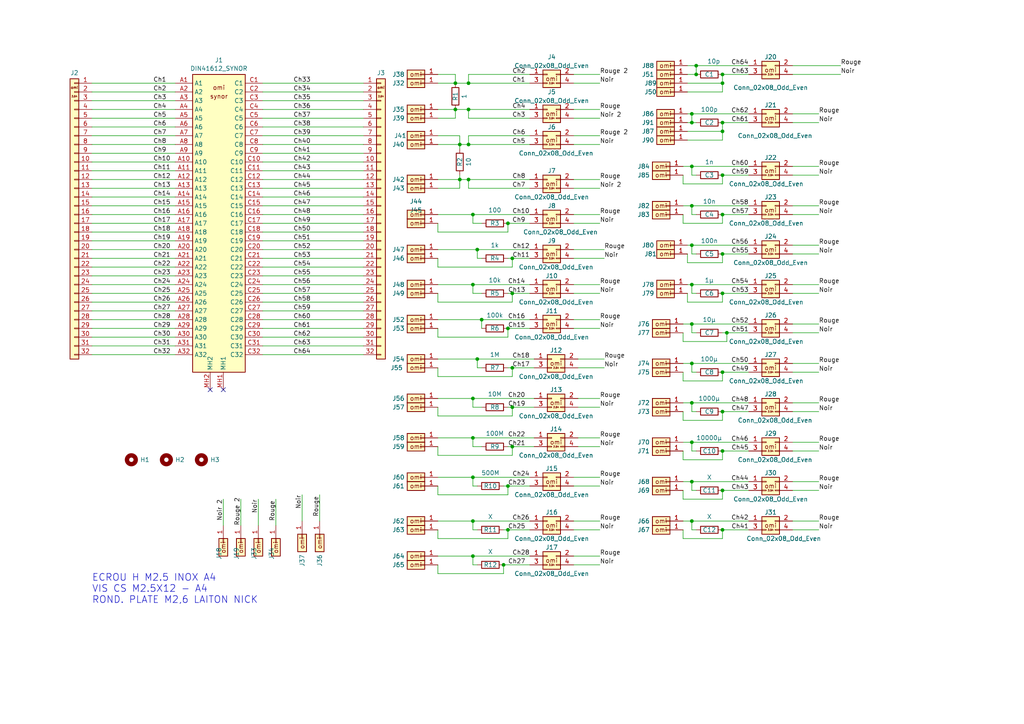
<source format=kicad_sch>
(kicad_sch (version 20230121) (generator eeschema)
  (paper "A4")
  (title_block (title "SYNOH052 Carte Etalon") (date "2024-01-07") (rev "A0") (company "Omicron") (comment 1 "Frédéric VUEBAT"))
  (lib_symbols
    (symbol "Device:R" (pin_numbers hide) (pin_names (offset 0))
      (property "Reference" "R" (at 2.032 0 90))
      (property "Value" "R" (at 0 0 90))
      (symbol "R_1_1"
        (pin passive line (at 0 3.81 270) (length 1.27) (name "~") (number "1"))
        (pin passive line (at 0 -3.81 90) (length 1.27) (name "~") (number "2"))
      )
    )
    (symbol "Fixation_M3_1" (pin_names (offset 1.016))
      (property "Reference" "H4" (at 2.54 0 0))
    )
    (symbol "Omiconnecteur:Conn_01x0_P2.54mm_pinheader_vertical" (pin_names (offset 1.016) hide)
      (property "Reference" "J" (at -1.27 2.54 0))
      (symbol "Conn_01x0_P2.54mm_pinheader_vertical_1_1"
        (text "omi" (at 1.27 0 0) (effects (font (size 1.27 1.27))))
        (pin passive line (at -5.08 0 0) (length 3.81) (name "Pin_1") (number "1"))
      )
    )
    (symbol "Omiconnecteur:Conn_01x32_P2.54mm_pinheader_vertical" (pin_names (offset 1.016) hide)
      (property "Reference" "J" (at -1.27 44.45 0))
      (symbol "Conn_01x32_P2.54mm_pinheader_vertical_1_1"
        (text "2.54" (at 0 34.29 0) (effects (font (size 0.5 0.5))))
        (text "omi" (at 0 36.83 0) (effects (font (size 0.75 0.75))))
        (pin passive line (at -5.08 38.1 0) (length 3.81) (name "Pin_1") (number "1"))
        (pin passive line (at -5.08 15.24 0) (length 3.81) (name "Pin_10") (number "10"))
        (pin passive line (at -5.08 12.7 0) (length 3.81) (name "Pin_11") (number "11"))
        (pin passive line (at -5.08 10.16 0) (length 3.81) (name "Pin_12") (number "12"))
        (pin passive line (at -5.08 7.62 0) (length 3.81) (name "Pin_13") (number "13"))
        (pin passive line (at -5.08 5.08 0) (length 3.81) (name "Pin_14") (number "14"))
        (pin passive line (at -5.08 2.54 0) (length 3.81) (name "Pin_15") (number "15"))
        (pin passive line (at -5.08 0 0) (length 3.81) (name "Pin_16") (number "16"))
        (pin passive line (at -5.08 -2.54 0) (length 3.81) (name "Pin_17") (number "17"))
        (pin passive line (at -5.08 -5.08 0) (length 3.81) (name "Pin_18") (number "18"))
        (pin passive line (at -5.08 -7.62 0) (length 3.81) (name "Pin_19") (number "19"))
        (pin passive line (at -5.08 35.56 0) (length 3.81) (name "Pin_2") (number "2"))
        (pin passive line (at -5.08 -10.16 0) (length 3.81) (name "Pin_20") (number "20"))
        (pin passive line (at -5.08 -12.7 0) (length 3.81) (name "Pin_21") (number "21"))
        (pin passive line (at -5.08 -15.24 0) (length 3.81) (name "Pin_22") (number "22"))
        (pin passive line (at -5.08 -17.78 0) (length 3.81) (name "Pin_23") (number "23"))
        (pin passive line (at -5.08 -20.32 0) (length 3.81) (name "Pin_24") (number "24"))
        (pin passive line (at -5.08 -22.86 0) (length 3.81) (name "Pin_25") (number "25"))
        (pin passive line (at -5.08 -25.4 0) (length 3.81) (name "Pin_26") (number "26"))
        (pin passive line (at -5.08 -27.94 0) (length 3.81) (name "Pin_27") (number "27"))
        (pin passive line (at -5.08 -30.48 0) (length 3.81) (name "Pin_28") (number "28"))
        (pin passive line (at -5.08 -33.02 0) (length 3.81) (name "Pin_29") (number "29"))
        (pin passive line (at -5.08 33.02 0) (length 3.81) (name "Pin_3") (number "3"))
        (pin passive line (at -5.08 -35.56 0) (length 3.81) (name "Pin_30") (number "30"))
        (pin passive line (at -5.08 -38.1 0) (length 3.81) (name "Pin_31") (number "31"))
        (pin passive line (at -5.08 -40.64 0) (length 3.81) (name "Pin_32") (number "32"))
        (pin passive line (at -5.08 30.48 0) (length 3.81) (name "Pin_4") (number "4"))
        (pin passive line (at -5.08 27.94 0) (length 3.81) (name "Pin_5") (number "5"))
        (pin passive line (at -5.08 25.4 0) (length 3.81) (name "Pin_6") (number "6"))
        (pin passive line (at -5.08 22.86 0) (length 3.81) (name "Pin_7") (number "7"))
        (pin passive line (at -5.08 20.32 0) (length 3.81) (name "Pin_8") (number "8"))
        (pin passive line (at -5.08 17.78 0) (length 3.81) (name "Pin_9") (number "9"))
      )
    )
    (symbol "Omiconnecteur:Conn_02x02_Odd_Even_omi" (pin_names (offset 1.016) hide)
      (property "Reference" "J" (at 1.27 12.7 0))
      (property "Value" "Conn_02x08_Odd_Even" (at 1.27 5.08 0))
      (symbol "Conn_02x02_Odd_Even_omi_1_1"
        (text "2.54" (at 1.27 7.62 0) (effects (font (size 0.5 0.5))))
        (text "omi" (at 1.27 8.89 0) (effects (font (size 1.27 1.27))))
        (pin passive line (at -5.08 10.16 0) (length 3.81) (name "Pin_1") (number "1"))
        (pin passive line (at 7.62 10.16 180) (length 3.81) (name "Pin_2") (number "2"))
        (pin passive line (at -5.08 7.62 0) (length 3.81) (name "Pin_3") (number "3"))
        (pin passive line (at 7.62 7.62 180) (length 3.81) (name "Pin_4") (number "4"))
      )
    )
    (symbol "Omiconnecteur:DIN41612_SYNOR"
      (property "Reference" "J" (at 5.08 3.81 0))
      (property "Value" "DIN41612_SYNOR" (at 16.51 3.81 0))
      (symbol "DIN41612_SYNOR_1_1"
        (text "omi" (at 12.7 -1.27 0) (effects (font (size 1.27 1.27))))
        (text "synor" (at 12.7 -3.81 0) (effects (font (size 1.27 1.27))))
        (pin passive line (at 0 0 0) (length 5.08) (name "A1") (number "A1"))
        (pin passive line (at 0 -22.86 0) (length 5.08) (name "A10") (number "A10"))
        (pin passive line (at 0 -25.4 0) (length 5.08) (name "A11") (number "A11"))
        (pin passive line (at 0 -27.94 0) (length 5.08) (name "A12") (number "A12"))
        (pin passive line (at 0 -30.48 0) (length 5.08) (name "A13") (number "A13"))
        (pin passive line (at 0 -33.02 0) (length 5.08) (name "A14") (number "A14"))
        (pin passive line (at 0 -35.56 0) (length 5.08) (name "A15") (number "A15"))
        (pin passive line (at 0 -38.1 0) (length 5.08) (name "A16") (number "A16"))
        (pin passive line (at 0 -40.64 0) (length 5.08) (name "A17") (number "A17"))
        (pin passive line (at 0 -43.18 0) (length 5.08) (name "A18") (number "A18"))
        (pin passive line (at 0 -45.72 0) (length 5.08) (name "A19") (number "A19"))
        (pin passive line (at 0 -2.54 0) (length 5.08) (name "A2") (number "A2"))
        (pin passive line (at 0 -48.26 0) (length 5.08) (name "A20") (number "A20"))
        (pin passive line (at 0 -50.8 0) (length 5.08) (name "A21") (number "A21"))
        (pin passive line (at 0 -53.34 0) (length 5.08) (name "A22") (number "A22"))
        (pin passive line (at 0 -55.88 0) (length 5.08) (name "A23") (number "A23"))
        (pin passive line (at 0 -58.42 0) (length 5.08) (name "A24") (number "A24"))
        (pin passive line (at 0 -60.96 0) (length 5.08) (name "A25") (number "A25"))
        (pin passive line (at 0 -63.5 0) (length 5.08) (name "A26") (number "A26"))
        (pin passive line (at 0 -66.04 0) (length 5.08) (name "A27") (number "A27"))
        (pin passive line (at 0 -68.58 0) (length 5.08) (name "A28") (number "A28"))
        (pin passive line (at 0 -71.12 0) (length 5.08) (name "A29") (number "A29"))
        (pin passive line (at 0 -5.08 0) (length 5.08) (name "A3") (number "A3"))
        (pin passive line (at 0 -73.66 0) (length 5.08) (name "A30") (number "A30"))
        (pin passive line (at 0 -76.2 0) (length 5.08) (name "A31") (number "A31"))
        (pin passive line (at 0 -78.74 0) (length 5.08) (name "A32") (number "A32"))
        (pin passive line (at 0 -7.62 0) (length 5.08) (name "A4") (number "A4"))
        (pin passive line (at 0 -10.16 0) (length 5.08) (name "A5") (number "A5"))
        (pin passive line (at 0 -12.7 0) (length 5.08) (name "A6") (number "A6"))
        (pin passive line (at 0 -15.24 0) (length 5.08) (name "A7") (number "A7"))
        (pin passive line (at 0 -17.78 0) (length 5.08) (name "A8") (number "A8"))
        (pin passive line (at 0 -20.32 0) (length 5.08) (name "A9") (number "A9"))
        (pin passive line (at 25.4 0 180) (length 5.08) (name "C1") (number "C1"))
        (pin passive line (at 25.4 -22.86 180) (length 5.08) (name "C10") (number "C10"))
        (pin passive line (at 25.4 -25.4 180) (length 5.08) (name "C11") (number "C11"))
        (pin passive line (at 25.4 -27.94 180) (length 5.08) (name "C12") (number "C12"))
        (pin passive line (at 25.4 -30.48 180) (length 5.08) (name "C13") (number "C13"))
        (pin passive line (at 25.4 -33.02 180) (length 5.08) (name "C14") (number "C14"))
        (pin passive line (at 25.4 -35.56 180) (length 5.08) (name "C15") (number "C15"))
        (pin passive line (at 25.4 -38.1 180) (length 5.08) (name "C16") (number "C16"))
        (pin passive line (at 25.4 -40.64 180) (length 5.08) (name "C17") (number "C17"))
        (pin passive line (at 25.4 -43.18 180) (length 5.08) (name "C18") (number "C18"))
        (pin passive line (at 25.4 -45.72 180) (length 5.08) (name "C19") (number "C19"))
        (pin passive line (at 25.4 -2.54 180) (length 5.08) (name "C2") (number "C2"))
        (pin passive line (at 25.4 -48.26 180) (length 5.08) (name "C20") (number "C20"))
        (pin passive line (at 25.4 -50.8 180) (length 5.08) (name "C21") (number "C21"))
        (pin passive line (at 25.4 -53.34 180) (length 5.08) (name "C22") (number "C22"))
        (pin passive line (at 25.4 -55.88 180) (length 5.08) (name "C23") (number "C23"))
        (pin passive line (at 25.4 -58.42 180) (length 5.08) (name "C24") (number "C24"))
        (pin passive line (at 25.4 -60.96 180) (length 5.08) (name "C25") (number "C25"))
        (pin passive line (at 25.4 -63.5 180) (length 5.08) (name "C26") (number "C26"))
        (pin passive line (at 25.4 -66.04 180) (length 5.08) (name "C27") (number "C27"))
        (pin passive line (at 25.4 -68.58 180) (length 5.08) (name "C28") (number "C28"))
        (pin passive line (at 25.4 -71.12 180) (length 5.08) (name "C29") (number "C29"))
        (pin passive line (at 25.4 -5.08 180) (length 5.08) (name "C3") (number "C3"))
        (pin passive line (at 25.4 -73.66 180) (length 5.08) (name "C30") (number "C30"))
        (pin passive line (at 25.4 -76.2 180) (length 5.08) (name "C31") (number "C31"))
        (pin passive line (at 25.4 -78.74 180) (length 5.08) (name "C32") (number "C32"))
        (pin passive line (at 25.4 -7.62 180) (length 5.08) (name "C4") (number "C4"))
        (pin passive line (at 25.4 -10.16 180) (length 5.08) (name "C5") (number "C5"))
        (pin passive line (at 25.4 -12.7 180) (length 5.08) (name "C6") (number "C6"))
        (pin passive line (at 25.4 -15.24 180) (length 5.08) (name "C7") (number "C7"))
        (pin passive line (at 25.4 -17.78 180) (length 5.08) (name "C8") (number "C8"))
        (pin passive line (at 25.4 -20.32 180) (length 5.08) (name "C9") (number "C9"))
        (pin passive line (at 13.97 -88.9 90) (length 5.08) (name "MH1") (number "MH1"))
        (pin passive line (at 10.16 -88.9 90) (length 5.08) (name "MH2") (number "MH2"))
      )
    )
  )
  (junction (at 200.66 82.55))
  (junction (at 146.05 163.83))
  (junction (at 209.55 107.95))
  (junction (at 209.55 119.38))
  (junction (at 148.59 118.11))
  (junction (at 132.08 31.75))
  (junction (at 209.55 130.81))
  (junction (at 148.59 85.09))
  (junction (at 138.43 72.39))
  (junction (at 209.55 85.09))
  (junction (at 209.55 50.8))
  (junction (at 137.16 138.43))
  (junction (at 137.16 127))
  (junction (at 135.89 52.07))
  (junction (at 200.66 105.41))
  (junction (at 139.7 92.71))
  (junction (at 133.35 41.91))
  (junction (at 147.32 95.25))
  (junction (at 137.16 82.55))
  (junction (at 148.59 129.54))
  (junction (at 147.32 64.77))
  (junction (at 133.35 52.07))
  (junction (at 200.66 128.27))
  (junction (at 137.16 115.57))
  (junction (at 209.55 73.66))
  (junction (at 137.16 151.13))
  (junction (at 209.55 142.24))
  (junction (at 200.66 35.56))
  (junction (at 137.16 62.23))
  (junction (at 200.66 139.7))
  (junction (at 209.55 21.59))
  (junction (at 135.89 41.91))
  (junction (at 200.66 116.84))
  (junction (at 209.55 38.1))
  (junction (at 148.59 74.93))
  (junction (at 200.66 59.69))
  (junction (at 200.66 151.13))
  (junction (at 135.89 31.75))
  (junction (at 209.55 62.23))
  (junction (at 200.66 48.26))
  (junction (at 147.32 140.97))
  (junction (at 209.55 153.67))
  (junction (at 148.59 106.68))
  (junction (at 138.43 104.14))
  (junction (at 200.66 33.02))
  (junction (at 147.32 153.67))
  (junction (at 135.89 24.13))
  (junction (at 210.82 96.52))
  (junction (at 209.55 35.56))
  (junction (at 200.66 71.12))
  (junction (at 137.16 161.29))
  (junction (at 209.55 24.13))
  (junction (at 200.66 93.98))
  (junction (at 132.08 24.13))
  (junction (at 201.93 19.05))
  (junction (at 201.93 21.59))
  (no_connect (at 60.96 113.03))
  (no_connect (at 64.77 113.03))
  (wire (pts (xy 138.43 106.68) (xy 139.7 106.68)))
  (wire (pts (xy 146.05 140.97) (xy 147.32 140.97)))
  (wire (pts (xy 210.82 96.52) (xy 217.17 96.52)))
  (wire (pts (xy 137.16 161.29) (xy 153.67 161.29)))
  (wire (pts (xy 209.55 142.24) (xy 217.17 142.24)))
  (wire (pts (xy 209.55 26.67) (xy 199.39 26.67)))
  (wire (pts (xy 132.08 24.13) (xy 135.89 24.13)))
  (wire (pts (xy 198.12 105.41) (xy 200.66 105.41)))
  (wire (pts (xy 209.55 119.38) (xy 209.55 121.92)))
  (wire (pts (xy 146.05 166.37) (xy 127 166.37)))
  (wire (pts (xy 198.12 151.13) (xy 200.66 151.13)))
  (wire (pts (xy 147.32 143.51) (xy 127 143.51)))
  (wire (pts (xy 198.12 116.84) (xy 200.66 116.84)))
  (wire (pts (xy 229.87 21.59) (xy 243.84 21.59)))
  (wire (pts (xy 127 132.08) (xy 127 129.54)))
  (wire (pts (xy 166.37 54.61) (xy 173.99 54.61)))
  (wire (pts (xy 137.16 151.13) (xy 153.67 151.13)))
  (wire (pts (xy 200.66 82.55) (xy 200.66 85.09)))
  (wire (pts (xy 26.67 49.53) (xy 50.8 49.53)))
  (wire (pts (xy 198.12 110.49) (xy 198.12 107.95)))
  (wire (pts (xy 200.66 62.23) (xy 201.93 62.23)))
  (wire (pts (xy 148.59 129.54) (xy 148.59 132.08)))
  (wire (pts (xy 198.12 128.27) (xy 200.66 128.27)))
  (wire (pts (xy 167.64 115.57) (xy 173.99 115.57)))
  (wire (pts (xy 137.16 138.43) (xy 137.16 140.97)))
  (wire (pts (xy 200.66 93.98) (xy 200.66 96.52)))
  (wire (pts (xy 200.66 59.69) (xy 198.12 59.69)))
  (wire (pts (xy 229.87 93.98) (xy 237.49 93.98)))
  (wire (pts (xy 76.2 46.99) (xy 105.41 46.99)))
  (wire (pts (xy 210.82 96.52) (xy 210.82 99.06)))
  (wire (pts (xy 199.39 82.55) (xy 200.66 82.55)))
  (wire (pts (xy 76.2 64.77) (xy 105.41 64.77)))
  (wire (pts (xy 26.67 54.61) (xy 50.8 54.61)))
  (wire (pts (xy 69.85 144.78) (xy 69.85 152.4)))
  (wire (pts (xy 147.32 153.67) (xy 147.32 156.21)))
  (wire (pts (xy 148.59 74.93) (xy 153.67 74.93)))
  (wire (pts (xy 26.67 34.29) (xy 50.8 34.29)))
  (wire (pts (xy 229.87 151.13) (xy 237.49 151.13)))
  (wire (pts (xy 200.66 85.09) (xy 201.93 85.09)))
  (wire (pts (xy 209.55 133.35) (xy 198.12 133.35)))
  (wire (pts (xy 127 77.47) (xy 127 74.93)))
  (wire (pts (xy 166.37 34.29) (xy 173.99 34.29)))
  (wire (pts (xy 137.16 127) (xy 154.94 127)))
  (wire (pts (xy 166.37 62.23) (xy 173.99 62.23)))
  (wire (pts (xy 26.67 90.17) (xy 50.8 90.17)))
  (wire (pts (xy 200.66 139.7) (xy 217.17 139.7)))
  (wire (pts (xy 209.55 119.38) (xy 217.17 119.38)))
  (wire (pts (xy 229.87 71.12) (xy 237.49 71.12)))
  (wire (pts (xy 209.55 40.64) (xy 199.39 40.64)))
  (wire (pts (xy 135.89 31.75) (xy 153.67 31.75)))
  (wire (pts (xy 135.89 21.59) (xy 135.89 24.13)))
  (wire (pts (xy 200.66 151.13) (xy 217.17 151.13)))
  (wire (pts (xy 76.2 39.37) (xy 105.41 39.37)))
  (wire (pts (xy 127 115.57) (xy 137.16 115.57)))
  (wire (pts (xy 200.66 119.38) (xy 200.66 116.84)))
  (wire (pts (xy 198.12 156.21) (xy 209.55 156.21)))
  (wire (pts (xy 135.89 24.13) (xy 153.67 24.13)))
  (wire (pts (xy 147.32 74.93) (xy 148.59 74.93)))
  (wire (pts (xy 229.87 128.27) (xy 237.49 128.27)))
  (wire (pts (xy 26.67 52.07) (xy 50.8 52.07)))
  (wire (pts (xy 76.2 90.17) (xy 105.41 90.17)))
  (wire (pts (xy 209.55 35.56) (xy 217.17 35.56)))
  (wire (pts (xy 147.32 129.54) (xy 148.59 129.54)))
  (wire (pts (xy 139.7 92.71) (xy 139.7 95.25)))
  (wire (pts (xy 166.37 92.71) (xy 173.99 92.71)))
  (wire (pts (xy 133.35 39.37) (xy 133.35 41.91)))
  (wire (pts (xy 127 161.29) (xy 137.16 161.29)))
  (wire (pts (xy 199.39 71.12) (xy 200.66 71.12)))
  (wire (pts (xy 26.67 77.47) (xy 50.8 77.47)))
  (wire (pts (xy 229.87 73.66) (xy 237.49 73.66)))
  (wire (pts (xy 166.37 151.13) (xy 173.99 151.13)))
  (wire (pts (xy 127 156.21) (xy 127 153.67)))
  (wire (pts (xy 26.67 31.75) (xy 50.8 31.75)))
  (wire (pts (xy 135.89 39.37) (xy 153.67 39.37)))
  (wire (pts (xy 135.89 39.37) (xy 135.89 41.91)))
  (wire (pts (xy 200.66 128.27) (xy 200.66 130.81)))
  (wire (pts (xy 26.67 64.77) (xy 50.8 64.77)))
  (wire (pts (xy 76.2 24.13) (xy 105.41 24.13)))
  (wire (pts (xy 26.67 59.69) (xy 50.8 59.69)))
  (wire (pts (xy 199.39 24.13) (xy 209.55 24.13)))
  (wire (pts (xy 76.2 62.23) (xy 105.41 62.23)))
  (wire (pts (xy 127 72.39) (xy 138.43 72.39)))
  (wire (pts (xy 76.2 92.71) (xy 105.41 92.71)))
  (wire (pts (xy 167.64 127) (xy 173.99 127)))
  (wire (pts (xy 166.37 163.83) (xy 173.99 163.83)))
  (wire (pts (xy 76.2 74.93) (xy 105.41 74.93)))
  (wire (pts (xy 132.08 31.75) (xy 135.89 31.75)))
  (wire (pts (xy 229.87 119.38) (xy 237.49 119.38)))
  (wire (pts (xy 147.32 140.97) (xy 147.32 143.51)))
  (wire (pts (xy 209.55 142.24) (xy 209.55 144.78)))
  (wire (pts (xy 209.55 62.23) (xy 209.55 64.77)))
  (wire (pts (xy 76.2 67.31) (xy 105.41 67.31)))
  (wire (pts (xy 26.67 36.83) (xy 50.8 36.83)))
  (wire (pts (xy 200.66 33.02) (xy 217.17 33.02)))
  (wire (pts (xy 200.66 105.41) (xy 200.66 107.95)))
  (wire (pts (xy 133.35 41.91) (xy 133.35 43.18)))
  (wire (pts (xy 229.87 85.09) (xy 237.49 85.09)))
  (wire (pts (xy 135.89 41.91) (xy 153.67 41.91)))
  (wire (pts (xy 26.67 95.25) (xy 50.8 95.25)))
  (wire (pts (xy 229.87 142.24) (xy 237.49 142.24)))
  (wire (pts (xy 137.16 163.83) (xy 138.43 163.83)))
  (wire (pts (xy 198.12 64.77) (xy 198.12 62.23)))
  (wire (pts (xy 87.63 143.51) (xy 87.63 151.13)))
  (wire (pts (xy 200.66 93.98) (xy 217.17 93.98)))
  (wire (pts (xy 147.32 95.25) (xy 153.67 95.25)))
  (wire (pts (xy 127 120.65) (xy 148.59 120.65)))
  (wire (pts (xy 147.32 95.25) (xy 147.32 97.79)))
  (wire (pts (xy 127 24.13) (xy 132.08 24.13)))
  (wire (pts (xy 166.37 82.55) (xy 173.99 82.55)))
  (wire (pts (xy 147.32 97.79) (xy 127 97.79)))
  (wire (pts (xy 209.55 85.09) (xy 209.55 87.63)))
  (wire (pts (xy 200.66 151.13) (xy 200.66 153.67)))
  (wire (pts (xy 209.55 121.92) (xy 198.12 121.92)))
  (wire (pts (xy 127 62.23) (xy 137.16 62.23)))
  (wire (pts (xy 200.66 33.02) (xy 200.66 35.56)))
  (wire (pts (xy 198.12 156.21) (xy 198.12 153.67)))
  (wire (pts (xy 199.39 35.56) (xy 200.66 35.56)))
  (wire (pts (xy 148.59 85.09) (xy 153.67 85.09)))
  (wire (pts (xy 209.55 144.78) (xy 198.12 144.78)))
  (wire (pts (xy 209.55 110.49) (xy 198.12 110.49)))
  (wire (pts (xy 132.08 21.59) (xy 132.08 24.13)))
  (wire (pts (xy 209.55 53.34) (xy 209.55 50.8)))
  (wire (pts (xy 200.66 71.12) (xy 217.17 71.12)))
  (wire (pts (xy 127 41.91) (xy 133.35 41.91)))
  (wire (pts (xy 137.16 62.23) (xy 137.16 64.77)))
  (wire (pts (xy 26.67 92.71) (xy 50.8 92.71)))
  (wire (pts (xy 146.05 153.67) (xy 147.32 153.67)))
  (wire (pts (xy 146.05 163.83) (xy 146.05 166.37)))
  (wire (pts (xy 148.59 85.09) (xy 147.32 85.09)))
  (wire (pts (xy 139.7 92.71) (xy 153.67 92.71)))
  (wire (pts (xy 76.2 41.91) (xy 105.41 41.91)))
  (wire (pts (xy 76.2 95.25) (xy 105.41 95.25)))
  (wire (pts (xy 26.67 67.31) (xy 50.8 67.31)))
  (wire (pts (xy 26.67 100.33) (xy 50.8 100.33)))
  (wire (pts (xy 198.12 133.35) (xy 198.12 130.81)))
  (wire (pts (xy 76.2 54.61) (xy 105.41 54.61)))
  (wire (pts (xy 209.55 96.52) (xy 210.82 96.52)))
  (wire (pts (xy 199.39 21.59) (xy 201.93 21.59)))
  (wire (pts (xy 229.87 130.81) (xy 237.49 130.81)))
  (wire (pts (xy 137.16 138.43) (xy 153.67 138.43)))
  (wire (pts (xy 200.66 105.41) (xy 217.17 105.41)))
  (wire (pts (xy 26.67 72.39) (xy 50.8 72.39)))
  (wire (pts (xy 209.55 73.66) (xy 217.17 73.66)))
  (wire (pts (xy 26.67 69.85) (xy 50.8 69.85)))
  (wire (pts (xy 229.87 107.95) (xy 237.49 107.95)))
  (wire (pts (xy 138.43 72.39) (xy 138.43 74.93)))
  (wire (pts (xy 26.67 26.67) (xy 50.8 26.67)))
  (wire (pts (xy 26.67 29.21) (xy 50.8 29.21)))
  (wire (pts (xy 148.59 87.63) (xy 127 87.63)))
  (wire (pts (xy 200.66 96.52) (xy 201.93 96.52)))
  (wire (pts (xy 137.16 138.43) (xy 127 138.43)))
  (wire (pts (xy 132.08 31.75) (xy 132.08 34.29)))
  (wire (pts (xy 200.66 73.66) (xy 201.93 73.66)))
  (wire (pts (xy 199.39 76.2) (xy 199.39 73.66)))
  (wire (pts (xy 76.2 49.53) (xy 105.41 49.53)))
  (wire (pts (xy 166.37 85.09) (xy 173.99 85.09)))
  (wire (pts (xy 76.2 72.39) (xy 105.41 72.39)))
  (wire (pts (xy 200.66 50.8) (xy 201.93 50.8)))
  (wire (pts (xy 137.16 118.11) (xy 139.7 118.11)))
  (wire (pts (xy 209.55 130.81) (xy 217.17 130.81)))
  (wire (pts (xy 127 87.63) (xy 127 85.09)))
  (wire (pts (xy 137.16 140.97) (xy 138.43 140.97)))
  (wire (pts (xy 76.2 31.75) (xy 105.41 31.75)))
  (wire (pts (xy 209.55 24.13) (xy 209.55 26.67)))
  (wire (pts (xy 229.87 59.69) (xy 237.49 59.69)))
  (wire (pts (xy 137.16 127) (xy 137.16 129.54)))
  (wire (pts (xy 167.64 106.68) (xy 175.26 106.68)))
  (wire (pts (xy 135.89 31.75) (xy 135.89 34.29)))
  (wire (pts (xy 198.12 48.26) (xy 200.66 48.26)))
  (wire (pts (xy 148.59 118.11) (xy 147.32 118.11)))
  (wire (pts (xy 148.59 106.68) (xy 154.94 106.68)))
  (wire (pts (xy 147.32 64.77) (xy 147.32 67.31)))
  (wire (pts (xy 133.35 41.91) (xy 135.89 41.91)))
  (wire (pts (xy 135.89 54.61) (xy 153.67 54.61)))
  (wire (pts (xy 209.55 50.8) (xy 217.17 50.8)))
  (wire (pts (xy 229.87 139.7) (xy 237.49 139.7)))
  (wire (pts (xy 135.89 21.59) (xy 153.67 21.59)))
  (wire (pts (xy 139.7 129.54) (xy 137.16 129.54)))
  (wire (pts (xy 200.66 142.24) (xy 201.93 142.24)))
  (wire (pts (xy 127 34.29) (xy 132.08 34.29)))
  (wire (pts (xy 166.37 74.93) (xy 175.26 74.93)))
  (wire (pts (xy 201.93 19.05) (xy 199.39 19.05)))
  (wire (pts (xy 76.2 85.09) (xy 105.41 85.09)))
  (wire (pts (xy 127 31.75) (xy 132.08 31.75)))
  (wire (pts (xy 209.55 107.95) (xy 217.17 107.95)))
  (wire (pts (xy 137.16 115.57) (xy 137.16 118.11)))
  (wire (pts (xy 76.2 34.29) (xy 105.41 34.29)))
  (wire (pts (xy 137.16 64.77) (xy 139.7 64.77)))
  (wire (pts (xy 133.35 39.37) (xy 127 39.37)))
  (wire (pts (xy 138.43 104.14) (xy 138.43 106.68)))
  (wire (pts (xy 26.67 82.55) (xy 50.8 82.55)))
  (wire (pts (xy 127 104.14) (xy 138.43 104.14)))
  (wire (pts (xy 137.16 151.13) (xy 137.16 153.67)))
  (wire (pts (xy 209.55 76.2) (xy 199.39 76.2)))
  (wire (pts (xy 147.32 106.68) (xy 148.59 106.68)))
  (wire (pts (xy 64.77 144.78) (xy 64.77 152.4)))
  (wire (pts (xy 92.71 143.51) (xy 92.71 151.13)))
  (wire (pts (xy 26.67 46.99) (xy 50.8 46.99)))
  (wire (pts (xy 26.67 39.37) (xy 50.8 39.37)))
  (wire (pts (xy 209.55 87.63) (xy 199.39 87.63)))
  (wire (pts (xy 209.55 21.59) (xy 217.17 21.59)))
  (wire (pts (xy 166.37 161.29) (xy 173.99 161.29)))
  (wire (pts (xy 26.67 41.91) (xy 50.8 41.91)))
  (wire (pts (xy 148.59 74.93) (xy 148.59 77.47)))
  (wire (pts (xy 229.87 35.56) (xy 237.49 35.56)))
  (wire (pts (xy 201.93 19.05) (xy 217.17 19.05)))
  (wire (pts (xy 137.16 161.29) (xy 137.16 163.83)))
  (wire (pts (xy 209.55 130.81) (xy 209.55 133.35)))
  (wire (pts (xy 209.55 73.66) (xy 209.55 76.2)))
  (wire (pts (xy 209.55 35.56) (xy 209.55 38.1)))
  (wire (pts (xy 229.87 153.67) (xy 237.49 153.67)))
  (wire (pts (xy 198.12 93.98) (xy 200.66 93.98)))
  (wire (pts (xy 166.37 95.25) (xy 173.99 95.25)))
  (wire (pts (xy 26.67 80.01) (xy 50.8 80.01)))
  (wire (pts (xy 200.66 130.81) (xy 201.93 130.81)))
  (wire (pts (xy 133.35 50.8) (xy 133.35 52.07)))
  (wire (pts (xy 76.2 87.63) (xy 105.41 87.63)))
  (wire (pts (xy 127 127) (xy 137.16 127)))
  (wire (pts (xy 200.66 153.67) (xy 201.93 153.67)))
  (wire (pts (xy 148.59 77.47) (xy 127 77.47)))
  (wire (pts (xy 147.32 67.31) (xy 127 67.31)))
  (wire (pts (xy 127 109.22) (xy 127 106.68)))
  (wire (pts (xy 199.39 38.1) (xy 209.55 38.1)))
  (wire (pts (xy 127 67.31) (xy 127 64.77)))
  (wire (pts (xy 200.66 82.55) (xy 217.17 82.55)))
  (wire (pts (xy 26.67 102.87) (xy 50.8 102.87)))
  (wire (pts (xy 76.2 77.47) (xy 105.41 77.47)))
  (wire (pts (xy 137.16 82.55) (xy 153.67 82.55)))
  (wire (pts (xy 26.67 44.45) (xy 50.8 44.45)))
  (wire (pts (xy 76.2 102.87) (xy 105.41 102.87)))
  (wire (pts (xy 138.43 74.93) (xy 139.7 74.93)))
  (wire (pts (xy 80.01 144.78) (xy 80.01 152.4)))
  (wire (pts (xy 166.37 64.77) (xy 173.99 64.77)))
  (wire (pts (xy 166.37 39.37) (xy 173.99 39.37)))
  (wire (pts (xy 200.66 35.56) (xy 201.93 35.56)))
  (wire (pts (xy 148.59 118.11) (xy 148.59 120.65)))
  (wire (pts (xy 166.37 140.97) (xy 173.99 140.97)))
  (wire (pts (xy 209.55 21.59) (xy 209.55 24.13)))
  (wire (pts (xy 76.2 80.01) (xy 105.41 80.01)))
  (wire (pts (xy 133.35 52.07) (xy 133.35 54.61)))
  (wire (pts (xy 166.37 138.43) (xy 173.99 138.43)))
  (wire (pts (xy 127 54.61) (xy 133.35 54.61)))
  (wire (pts (xy 26.67 74.93) (xy 50.8 74.93)))
  (wire (pts (xy 26.67 85.09) (xy 50.8 85.09)))
  (wire (pts (xy 148.59 132.08) (xy 127 132.08)))
  (wire (pts (xy 209.55 64.77) (xy 198.12 64.77)))
  (wire (pts (xy 198.12 50.8) (xy 198.12 53.34)))
  (wire (pts (xy 138.43 72.39) (xy 153.67 72.39)))
  (wire (pts (xy 229.87 33.02) (xy 237.49 33.02)))
  (wire (pts (xy 199.39 33.02) (xy 200.66 33.02)))
  (wire (pts (xy 127 21.59) (xy 132.08 21.59)))
  (wire (pts (xy 148.59 106.68) (xy 148.59 109.22)))
  (wire (pts (xy 201.93 19.05) (xy 201.93 21.59)))
  (wire (pts (xy 209.55 156.21) (xy 209.55 153.67)))
  (wire (pts (xy 147.32 156.21) (xy 127 156.21)))
  (wire (pts (xy 229.87 82.55) (xy 237.49 82.55)))
  (wire (pts (xy 127 151.13) (xy 137.16 151.13)))
  (wire (pts (xy 76.2 36.83) (xy 105.41 36.83)))
  (wire (pts (xy 200.66 139.7) (xy 200.66 142.24)))
  (wire (pts (xy 200.66 48.26) (xy 200.66 50.8)))
  (wire (pts (xy 166.37 52.07) (xy 173.99 52.07)))
  (wire (pts (xy 137.16 115.57) (xy 154.94 115.57)))
  (wire (pts (xy 147.32 140.97) (xy 153.67 140.97)))
  (wire (pts (xy 200.66 128.27) (xy 217.17 128.27)))
  (wire (pts (xy 200.66 59.69) (xy 217.17 59.69)))
  (wire (pts (xy 167.64 118.11) (xy 173.99 118.11)))
  (wire (pts (xy 166.37 31.75) (xy 173.99 31.75)))
  (wire (pts (xy 198.12 121.92) (xy 198.12 119.38)))
  (wire (pts (xy 76.2 29.21) (xy 105.41 29.21)))
  (wire (pts (xy 76.2 44.45) (xy 105.41 44.45)))
  (wire (pts (xy 137.16 62.23) (xy 153.67 62.23)))
  (wire (pts (xy 76.2 82.55) (xy 105.41 82.55)))
  (wire (pts (xy 148.59 109.22) (xy 127 109.22)))
  (wire (pts (xy 127 118.11) (xy 127 120.65)))
  (wire (pts (xy 198.12 144.78) (xy 198.12 142.24)))
  (wire (pts (xy 167.64 104.14) (xy 175.26 104.14)))
  (wire (pts (xy 127 97.79) (xy 127 95.25)))
  (wire (pts (xy 74.93 144.78) (xy 74.93 152.4)))
  (wire (pts (xy 200.66 48.26) (xy 217.17 48.26)))
  (wire (pts (xy 166.37 72.39) (xy 175.26 72.39)))
  (wire (pts (xy 127 92.71) (xy 139.7 92.71)))
  (wire (pts (xy 26.67 57.15) (xy 50.8 57.15)))
  (wire (pts (xy 209.55 85.09) (xy 217.17 85.09)))
  (wire (pts (xy 198.12 139.7) (xy 200.66 139.7)))
  (wire (pts (xy 167.64 129.54) (xy 173.99 129.54)))
  (wire (pts (xy 127 166.37) (xy 127 163.83)))
  (wire (pts (xy 147.32 64.77) (xy 153.67 64.77)))
  (wire (pts (xy 26.67 97.79) (xy 50.8 97.79)))
  (wire (pts (xy 26.67 62.23) (xy 50.8 62.23)))
  (wire (pts (xy 200.66 119.38) (xy 201.93 119.38)))
  (wire (pts (xy 133.35 52.07) (xy 135.89 52.07)))
  (wire (pts (xy 198.12 99.06) (xy 198.12 96.52)))
  (wire (pts (xy 200.66 107.95) (xy 201.93 107.95)))
  (wire (pts (xy 76.2 69.85) (xy 105.41 69.85)))
  (wire (pts (xy 200.66 71.12) (xy 200.66 73.66)))
  (wire (pts (xy 229.87 105.41) (xy 237.49 105.41)))
  (wire (pts (xy 135.89 54.61) (xy 135.89 52.07)))
  (wire (pts (xy 166.37 153.67) (xy 173.99 153.67)))
  (wire (pts (xy 76.2 26.67) (xy 105.41 26.67)))
  (wire (pts (xy 138.43 104.14) (xy 154.94 104.14)))
  (wire (pts (xy 76.2 57.15) (xy 105.41 57.15)))
  (wire (pts (xy 209.55 153.67) (xy 217.17 153.67)))
  (wire (pts (xy 229.87 96.52) (xy 237.49 96.52)))
  (wire (pts (xy 76.2 100.33) (xy 105.41 100.33)))
  (wire (pts (xy 209.55 62.23) (xy 217.17 62.23)))
  (wire (pts (xy 229.87 116.84) (xy 237.49 116.84)))
  (wire (pts (xy 127 82.55) (xy 137.16 82.55)))
  (wire (pts (xy 137.16 85.09) (xy 139.7 85.09)))
  (wire (pts (xy 127 52.07) (xy 133.35 52.07)))
  (wire (pts (xy 76.2 52.07) (xy 105.41 52.07)))
  (wire (pts (xy 135.89 34.29) (xy 153.67 34.29)))
  (wire (pts (xy 127 143.51) (xy 127 140.97)))
  (wire (pts (xy 148.59 118.11) (xy 154.94 118.11)))
  (wire (pts (xy 76.2 97.79) (xy 105.41 97.79)))
  (wire (pts (xy 200.66 59.69) (xy 200.66 62.23)))
  (wire (pts (xy 198.12 53.34) (xy 209.55 53.34)))
  (wire (pts (xy 166.37 21.59) (xy 173.99 21.59)))
  (wire (pts (xy 76.2 59.69) (xy 105.41 59.69)))
  (wire (pts (xy 209.55 107.95) (xy 209.55 110.49)))
  (wire (pts (xy 166.37 24.13) (xy 173.99 24.13)))
  (wire (pts (xy 210.82 99.06) (xy 198.12 99.06)))
  (wire (pts (xy 135.89 52.07) (xy 153.67 52.07)))
  (wire (pts (xy 229.87 62.23) (xy 237.49 62.23)))
  (wire (pts (xy 229.87 50.8) (xy 237.49 50.8)))
  (wire (pts (xy 148.59 129.54) (xy 154.94 129.54)))
  (wire (pts (xy 229.87 19.05) (xy 243.84 19.05)))
  (wire (pts (xy 199.39 87.63) (xy 199.39 85.09)))
  (wire (pts (xy 229.87 48.26) (xy 237.49 48.26)))
  (wire (pts (xy 137.16 153.67) (xy 138.43 153.67)))
  (wire (pts (xy 26.67 24.13) (xy 50.8 24.13)))
  (wire (pts (xy 147.32 153.67) (xy 153.67 153.67)))
  (wire (pts (xy 200.66 116.84) (xy 217.17 116.84)))
  (wire (pts (xy 26.67 87.63) (xy 50.8 87.63)))
  (wire (pts (xy 137.16 82.55) (xy 137.16 85.09)))
  (wire (pts (xy 166.37 41.91) (xy 173.99 41.91)))
  (wire (pts (xy 146.05 163.83) (xy 153.67 163.83)))
  (wire (pts (xy 209.55 38.1) (xy 209.55 40.64)))
  (wire (pts (xy 148.59 87.63) (xy 148.59 85.09)))
  (text "ECROU H M2.5 INOX A4\nVIS CS M2.5X12 - A4\nROND. PLATE M2,6 LAITON NICK\n" (at 26.67 175.26 0) (effects (font (size 2 2)) (justify left bottom)))
  (label "Ch2" (at 44.45 26.67 0))
  (label "Noir" (at 87.63 143.51 270))
  (label "Rouge 2" (at 173.99 21.59 0))
  (label "Ch25" (at 152.4 153.67 180))
  (label "Ch64" (at 85.09 102.87 0))
  (label "Ch50" (at 212.09 105.41 0))
  (label "Noir 2" (at 64.77 144.78 270))
  (label "Ch44" (at 85.09 52.07 0))
  (label "Ch63" (at 217.17 21.59 180))
  (label "Ch57" (at 217.17 62.23 180))
  (label "Ch12" (at 148.59 72.39 0))
  (label "Ch30" (at 44.45 97.79 0))
  (label "Noir 2" (at 173.99 54.61 0))
  (label "Noir" (at 237.49 50.8 0))
  (label "Rouge" (at 80.01 151.13 90))
  (label "Ch9" (at 152.4 64.77 180))
  (label "Ch34" (at 85.09 26.67 0))
  (label "Ch52" (at 212.09 93.98 0))
  (label "Ch16" (at 147.32 92.71 0))
  (label "Ch39" (at 85.09 39.37 0))
  (label "Rouge" (at 237.49 82.55 0))
  (label "Ch10" (at 148.59 62.23 0))
  (label "Noir" (at 74.93 144.78 270))
  (label "Ch15" (at 152.4 95.25 180))
  (label "Ch49" (at 85.09 64.77 0))
  (label "Ch31" (at 44.45 100.33 0))
  (label "Ch13" (at 152.4 85.09 180))
  (label "Ch12" (at 44.45 52.07 0))
  (label "Ch10" (at 44.45 46.99 0))
  (label "Noir" (at 237.49 73.66 0))
  (label "Ch26" (at 148.59 151.13 0))
  (label "Ch51" (at 85.09 69.85 0))
  (label "Ch32" (at 44.45 102.87 0))
  (label "Noir" (at 237.49 119.38 0))
  (label "Ch20" (at 147.32 115.57 0))
  (label "Noir" (at 237.49 107.95 0))
  (label "Noir" (at 173.99 153.67 0))
  (label "Noir" (at 175.26 74.93 0))
  (label "Ch58" (at 85.09 87.63 0))
  (label "Noir" (at 173.99 140.97 0))
  (label "Ch25" (at 44.45 85.09 0))
  (label "Ch22" (at 147.32 127 0))
  (label "Rouge" (at 173.99 52.07 0))
  (label "Ch23" (at 44.45 80.01 0))
  (label "Ch56" (at 212.09 71.12 0))
  (label "Ch3" (at 152.4 34.29 180))
  (label "Ch54" (at 85.09 77.47 0))
  (label "Ch24" (at 148.59 138.43 0))
  (label "Rouge" (at 92.71 149.86 90))
  (label "Noir 2" (at 173.99 34.29 0))
  (label "Noir" (at 173.99 118.11 0))
  (label "Ch8" (at 44.45 41.91 0))
  (label "Rouge" (at 173.99 127 0))
  (label "Noir" (at 173.99 85.09 0))
  (label "Ch19" (at 152.4 118.11 180))
  (label "Ch7" (at 152.4 54.61 180))
  (label "Rouge" (at 237.49 59.69 0))
  (label "Ch50" (at 85.09 67.31 0))
  (label "Ch16" (at 44.45 62.23 0))
  (label "Ch55" (at 217.17 73.66 180))
  (label "Ch36" (at 85.09 31.75 0))
  (label "Noir" (at 173.99 95.25 0))
  (label "Ch6" (at 44.45 36.83 0))
  (label "Ch49" (at 217.17 107.95 180))
  (label "Rouge" (at 237.49 151.13 0))
  (label "Ch35" (at 85.09 29.21 0))
  (label "Noir" (at 243.84 21.59 0))
  (label "Rouge" (at 237.49 93.98 0))
  (label "Ch27" (at 152.4 163.83 180))
  (label "Rouge" (at 237.49 128.27 0))
  (label "Rouge 2" (at 69.85 152.4 90))
  (label "Ch58" (at 212.09 59.69 0))
  (label "Ch4" (at 148.59 31.75 0))
  (label "Ch21" (at 44.45 74.93 0))
  (label "Ch11" (at 44.45 49.53 0))
  (label "Ch60" (at 85.09 92.71 0))
  (label "Ch56" (at 85.09 82.55 0))
  (label "Rouge" (at 243.84 19.05 0))
  (label "Noir" (at 237.49 62.23 0))
  (label "Rouge" (at 237.49 116.84 0))
  (label "Rouge" (at 173.99 31.75 0))
  (label "Ch23" (at 152.4 140.97 180))
  (label "Ch52" (at 85.09 72.39 0))
  (label "Ch13" (at 44.45 54.61 0))
  (label "Ch3" (at 44.45 29.21 0))
  (label "Ch59" (at 85.09 90.17 0))
  (label "Ch64" (at 212.09 19.05 0))
  (label "Ch14" (at 147.32 82.55 0))
  (label "Ch60" (at 212.09 48.26 0))
  (label "Ch6" (at 148.59 39.37 0))
  (label "Noir" (at 237.49 142.24 0))
  (label "Rouge" (at 173.99 138.43 0))
  (label "Rouge" (at 173.99 161.29 0))
  (label "Noir" (at 175.26 106.68 0))
  (label "Noir" (at 237.49 85.09 0))
  (label "Ch48" (at 212.09 116.84 0))
  (label "Noir" (at 173.99 129.54 0))
  (label "Rouge" (at 173.99 92.71 0))
  (label "Ch24" (at 44.45 82.55 0))
  (label "Ch42" (at 85.09 46.99 0))
  (label "Ch48" (at 85.09 62.23 0))
  (label "Rouge 2" (at 173.99 39.37 0))
  (label "Ch4" (at 44.45 31.75 0))
  (label "Noir" (at 237.49 96.52 0))
  (label "Ch40" (at 85.09 41.91 0))
  (label "Ch18" (at 148.59 104.14 0))
  (label "Ch28" (at 148.59 161.29 0))
  (label "Ch46" (at 212.09 128.27 0))
  (label "Ch20" (at 44.45 72.39 0))
  (label "Ch43" (at 217.17 142.24 180))
  (label "Ch47" (at 217.17 119.38 180))
  (label "Noir" (at 173.99 64.77 0))
  (label "Ch62" (at 85.09 97.79 0))
  (label "Ch57" (at 85.09 85.09 0))
  (label "Ch63" (at 85.09 100.33 0))
  (label "Ch5" (at 44.45 34.29 0))
  (label "Ch11" (at 153.67 74.93 180))
  (label "Rouge" (at 173.99 62.23 0))
  (label "Ch42" (at 212.09 151.13 0))
  (label "Ch17" (at 153.67 106.68 180))
  (label "Ch41" (at 217.17 153.67 180))
  (label "Ch61" (at 217.17 35.56 180))
  (label "Ch46" (at 85.09 57.15 0))
  (label "Ch17" (at 44.45 64.77 0))
  (label "Ch53" (at 85.09 74.93 0))
  (label "Ch29" (at 44.45 95.25 0))
  (label "Rouge" (at 237.49 33.02 0))
  (label "Ch8" (at 148.59 52.07 0))
  (label "Noir" (at 173.99 24.13 0))
  (label "Ch59" (at 217.17 50.8 180))
  (label "Ch1" (at 152.4 24.13 180))
  (label "Ch18" (at 44.45 67.31 0))
  (label "Rouge" (at 173.99 151.13 0))
  (label "Ch2" (at 148.59 21.59 0))
  (label "Noir" (at 237.49 153.67 0))
  (label "Ch45" (at 217.17 130.81 180))
  (label "Ch43" (at 85.09 49.53 0))
  (label "Ch27" (at 44.45 90.17 0))
  (label "Ch33" (at 85.09 24.13 0))
  (label "Ch9" (at 44.45 44.45 0))
  (label "Ch44" (at 212.09 139.7 0))
  (label "Noir" (at 173.99 163.83 0))
  (label "Ch45" (at 85.09 54.61 0))
  (label "Ch55" (at 85.09 80.01 0))
  (label "Ch15" (at 44.45 59.69 0))
  (label "Rouge" (at 173.99 115.57 0))
  (label "Noir" (at 173.99 41.91 0))
  (label "Rouge" (at 237.49 48.26 0))
  (label "Ch62" (at 212.09 33.02 0))
  (label "Ch7" (at 44.45 39.37 0))
  (label "Noir" (at 237.49 35.56 0))
  (label "Ch26" (at 44.45 87.63 0))
  (label "Rouge" (at 173.99 82.55 0))
  (label "Ch21" (at 152.4 129.54 180))
  (label "Ch38" (at 85.09 36.83 0))
  (label "Rouge" (at 237.49 139.7 0))
  (label "Ch19" (at 44.45 69.85 0))
  (label "Ch61" (at 85.09 95.25 0))
  (label "Ch47" (at 85.09 59.69 0))
  (label "Ch1" (at 44.45 24.13 0))
  (label "Ch54" (at 212.09 82.55 0))
  (label "Ch22" (at 44.45 77.47 0))
  (label "Ch37" (at 85.09 34.29 0))
  (label "Rouge" (at 175.26 72.39 0))
  (label "Ch53" (at 217.17 85.09 180))
  (label "Ch41" (at 85.09 44.45 0))
  (label "Noir" (at 237.49 130.81 0))
  (label "Rouge" (at 237.49 71.12 0))
  (label "Rouge" (at 237.49 105.41 0))
  (label "Rouge" (at 175.26 104.14 0))
  (label "Ch51" (at 217.17 96.52 180))
  (label "Ch28" (at 44.45 92.71 0))
  (label "Ch14" (at 44.45 57.15 0))
  (label "Ch5" (at 152.4 41.91 180))
  (symbol (lib_id "Omiconnecteur:Conn_02x02_Odd_Even_omi") (at 160.02 137.16 0) (unit 1)
    (property "Reference" "J14" (at 161.29 124.46 0))
    (property "Value" "Conn_02x08_Odd_Even" (at 161.29 132.08 0))
    (property "Footprint" "Omiconnecteur:PinHeader_2x08_P2.54mm_V_omi" (effects hide))
    (property "Datasheet" "https://cdn.amphenol-cs.com/media/wysiwyg/files/documentation/datasheet/boardwiretoboard/bwb_bergstik.pdf" (effects hide))
    (property "Fabriquant" "Amphenol" (effects hide))
    (property "Fabreference" "77313-118-72LF" (effects hide))
    (property "Omicron" "252175" (effects hide))
    (property "Distributeur1" "F:2886108" (effects hide))
    (property "Distributeur2" "M:649-77313-118-72LF" (effects hide))
  )
  (symbol (lib_id "Omiconnecteur:Conn_01x0_P2.54mm_pinheader_vertical") (at 194.31 40.64 180) (unit 1)
    (property "Reference" "J90" (at 187.96 40.64 0))
    (property "Value" "Conn_01x0_P2.54mm_pinheader_vertical" (effects hide))
    (property "Footprint" "Omiconnecteur:PinHeader_1x01_P2.54mm_V_omi" (effects hide))
    (property "Datasheet" "https://cdn.amphenol-cs.com/media/wysiwyg/files/documentation/datasheet/boardwiretoboard/bwb_bergstik.pdf" (effects hide))
    (property "Fabriquant" "Amphenol" (effects hide))
    (property "Fabreference" "77311-102-36LF" (effects hide))
    (property "Omicron" "9069605" (effects hide))
    (property "Distributeur1" "DK:609-6203-ND" (effects hide))
    (property "Distributeur2" "M:77311-102-36LF" (effects hide))
  )
  (symbol (lib_id "Omiconnecteur:Conn_02x02_Odd_Even_omi") (at 222.25 69.85 0) (unit 1)
    (property "Reference" "J23" (at 223.52 57.15 0))
    (property "Value" "Conn_02x08_Odd_Even" (at 222.25 64.77 0))
    (property "Footprint" "Omiconnecteur:PinHeader_2x08_P2.54mm_V_omi" (effects hide))
    (property "Datasheet" "https://cdn.amphenol-cs.com/media/wysiwyg/files/documentation/datasheet/boardwiretoboard/bwb_bergstik.pdf" (effects hide))
    (property "Fabriquant" "Amphenol" (effects hide))
    (property "Fabreference" "77313-118-72LF" (effects hide))
    (property "Omicron" "252175" (effects hide))
    (property "Distributeur1" "F:2886108" (effects hide))
    (property "Distributeur2" "M:649-77313-118-72LF" (effects hide))
  )
  (symbol (lib_id "Omiconnecteur:Conn_01x0_P2.54mm_pinheader_vertical") (at 121.92 82.55 180) (unit 1)
    (property "Reference" "J48" (at 115.57 82.55 0))
    (property "Value" "Conn_01x0_P2.54mm_pinheader_vertical" (effects hide))
    (property "Footprint" "Omiconnecteur:PinHeader_1x01_P2.54mm_V_omi" (effects hide))
    (property "Datasheet" "https://cdn.amphenol-cs.com/media/wysiwyg/files/documentation/datasheet/boardwiretoboard/bwb_bergstik.pdf" (effects hide))
    (property "Fabriquant" "Amphenol" (effects hide))
    (property "Fabreference" "77311-102-36LF" (effects hide))
    (property "Omicron" "9069605" (effects hide))
    (property "Distributeur1" "DK:609-6203-ND" (effects hide))
    (property "Distributeur2" "M:77311-102-36LF" (effects hide))
  )
  (symbol (lib_id "Omiconnecteur:Conn_01x0_P2.54mm_pinheader_vertical") (at 121.92 24.13 180) (unit 1)
    (property "Reference" "J32" (at 115.57 24.13 0))
    (property "Value" "Conn_01x0_P2.54mm_pinheader_vertical" (effects hide))
    (property "Footprint" "Omiconnecteur:PinHeader_1x01_P2.54mm_V_omi" (effects hide))
    (property "Datasheet" "https://cdn.amphenol-cs.com/media/wysiwyg/files/documentation/datasheet/boardwiretoboard/bwb_bergstik.pdf" (effects hide))
    (property "Fabriquant" "Amphenol" (effects hide))
    (property "Fabreference" "77311-102-36LF" (effects hide))
    (property "Omicron" "9069605" (effects hide))
    (property "Distributeur1" "DK:609-6203-ND" (effects hide))
    (property "Distributeur2" "M:77311-102-36LF" (effects hide))
  )
  (symbol (lib_id "Omiconnecteur:Conn_02x02_Odd_Even_omi") (at 222.25 43.18 0) (unit 1)
    (property "Reference" "J21" (at 223.52 30.48 0))
    (property "Value" "Conn_02x08_Odd_Even" (at 224.79 39.37 0))
    (property "Footprint" "Omiconnecteur:PinHeader_2x08_P2.54mm_V_omi" (effects hide))
    (property "Datasheet" "https://cdn.amphenol-cs.com/media/wysiwyg/files/documentation/datasheet/boardwiretoboard/bwb_bergstik.pdf" (effects hide))
    (property "Fabriquant" "Amphenol" (effects hide))
    (property "Fabreference" "77313-118-72LF" (effects hide))
    (property "Omicron" "252175" (effects hide))
    (property "Distributeur1" "F:2886108" (effects hide))
    (property "Distributeur2" "M:649-77313-118-72LF" (effects hide))
  )
  (symbol (lib_id "Device:R") (at 205.74 153.67 90) (mirror x) (unit 1)
    (property "Reference" "C12" (at 205.74 153.67 90))
    (property "Value" "X" (at 205.74 149.86 90))
    (property "Footprint" "Omipassif:C_1206_3216Metric_Pad1.33x1.80mm_HandSolder" (effects hide))
  )
  (symbol (lib_id "Omiconnecteur:Conn_01x32_P2.54mm_pinheader_vertical") (at 21.59 62.23 0) (mirror y) (unit 1)
    (property "Reference" "J2" (at 21.59 21.1399 0))
    (property "Value" "Conn_01x32_P2.54mm_pinheader_vertical" (effects hide))
    (property "Footprint" "Omiconnecteur:PinHeader_1x32_P2.54mm_V_omi" (effects hide))
    (property "Datasheet" "https://cdn.amphenol-cs.com/media/wysiwyg/files/documentation/datasheet/boardwiretoboard/bwb_bergstik.pdf" (effects hide))
    (property "Fabriquant" "Amphenol" (effects hide))
    (property "Fabreference" "77311-102-36LF" (effects hide))
    (property "Omicron" "9069605" (effects hide))
    (property "Distributeur1" "DK:609-6203-ND" (effects hide))
    (property "Distributeur2" "M:77311-102-36LF" (effects hide))
  )
  (symbol (lib_id "Device:R") (at 205.74 35.56 90) (mirror x) (unit 1)
    (property "Reference" "C2" (at 205.74 35.56 90))
    (property "Value" "100p" (at 205.74 31.75 90))
    (property "Footprint" "Omipassif:C_1206_3216Metric_Pad1.33x1.80mm_HandSolder" (effects hide))
  )
  (symbol (lib_id "Omiconnecteur:Conn_01x0_P2.54mm_pinheader_vertical") (at 121.92 129.54 180) (unit 1)
    (property "Reference" "J59" (at 115.57 129.54 0))
    (property "Value" "Conn_01x0_P2.54mm_pinheader_vertical" (effects hide))
    (property "Footprint" "Omiconnecteur:PinHeader_1x01_P2.54mm_V_omi" (effects hide))
    (property "Datasheet" "https://cdn.amphenol-cs.com/media/wysiwyg/files/documentation/datasheet/boardwiretoboard/bwb_bergstik.pdf" (effects hide))
    (property "Fabriquant" "Amphenol" (effects hide))
    (property "Fabreference" "77311-102-36LF" (effects hide))
    (property "Omicron" "9069605" (effects hide))
    (property "Distributeur1" "DK:609-6203-ND" (effects hide))
    (property "Distributeur2" "M:77311-102-36LF" (effects hide))
  )
  (symbol (lib_id "Omiconnecteur:Conn_02x02_Odd_Even_omi") (at 160.02 114.3 0) (unit 1)
    (property "Reference" "J12" (at 161.29 101.6 0))
    (property "Value" "Conn_02x08_Odd_Even" (at 161.29 109.22 0))
    (property "Footprint" "Omiconnecteur:PinHeader_2x08_P2.54mm_V_omi" (effects hide))
    (property "Datasheet" "https://cdn.amphenol-cs.com/media/wysiwyg/files/documentation/datasheet/boardwiretoboard/bwb_bergstik.pdf" (effects hide))
    (property "Fabriquant" "Amphenol" (effects hide))
    (property "Fabreference" "77313-118-72LF" (effects hide))
    (property "Omicron" "252175" (effects hide))
    (property "Distributeur1" "F:2886108" (effects hide))
    (property "Distributeur2" "M:649-77313-118-72LF" (effects hide))
  )
  (symbol (lib_id "Omiconnecteur:Conn_02x02_Odd_Even_omi") (at 222.25 29.21 0) (unit 1)
    (property "Reference" "J20" (at 223.52 16.51 0))
    (property "Value" "Conn_02x08_Odd_Even" (at 223.52 25.4 0))
    (property "Footprint" "Omiconnecteur:PinHeader_2x08_P2.54mm_V_omi" (effects hide))
    (property "Datasheet" "https://cdn.amphenol-cs.com/media/wysiwyg/files/documentation/datasheet/boardwiretoboard/bwb_bergstik.pdf" (effects hide))
    (property "Fabriquant" "Amphenol" (effects hide))
    (property "Fabreference" "77313-118-72LF" (effects hide))
    (property "Omicron" "252175" (effects hide))
    (property "Distributeur1" "F:2886108" (effects hide))
    (property "Distributeur2" "M:649-77313-118-72LF" (effects hide))
  )
  (symbol (lib_id "Omiconnecteur:Conn_01x0_P2.54mm_pinheader_vertical") (at 121.92 115.57 180) (unit 1)
    (property "Reference" "J56" (at 115.57 115.57 0))
    (property "Value" "Conn_01x0_P2.54mm_pinheader_vertical" (effects hide))
    (property "Footprint" "Omiconnecteur:PinHeader_1x01_P2.54mm_V_omi" (effects hide))
    (property "Datasheet" "https://cdn.amphenol-cs.com/media/wysiwyg/files/documentation/datasheet/boardwiretoboard/bwb_bergstik.pdf" (effects hide))
    (property "Fabriquant" "Amphenol" (effects hide))
    (property "Fabreference" "77311-102-36LF" (effects hide))
    (property "Omicron" "9069605" (effects hide))
    (property "Distributeur1" "DK:609-6203-ND" (effects hide))
    (property "Distributeur2" "M:77311-102-36LF" (effects hide))
  )
  (symbol (lib_id "Omiconnecteur:Conn_02x02_Odd_Even_omi") (at 222.25 92.71 0) (unit 1)
    (property "Reference" "J25" (at 223.52 80.01 0))
    (property "Value" "Conn_02x08_Odd_Even" (at 222.25 87.63 0))
    (property "Footprint" "Omiconnecteur:PinHeader_2x08_P2.54mm_V_omi" (effects hide))
    (property "Datasheet" "https://cdn.amphenol-cs.com/media/wysiwyg/files/documentation/datasheet/boardwiretoboard/bwb_bergstik.pdf" (effects hide))
    (property "Fabriquant" "Amphenol" (effects hide))
    (property "Fabreference" "77313-118-72LF" (effects hide))
    (property "Omicron" "252175" (effects hide))
    (property "Distributeur1" "F:2886108" (effects hide))
    (property "Distributeur2" "M:649-77313-118-72LF" (effects hide))
  )
  (symbol (lib_id "Omiconnecteur:Conn_02x02_Odd_Even_omi") (at 158.75 148.59 0) (unit 1)
    (property "Reference" "J15" (at 160.02 135.89 0))
    (property "Value" "Conn_02x08_Odd_Even" (at 160.02 143.51 0))
    (property "Footprint" "Omiconnecteur:PinHeader_2x08_P2.54mm_V_omi" (effects hide))
    (property "Datasheet" "https://cdn.amphenol-cs.com/media/wysiwyg/files/documentation/datasheet/boardwiretoboard/bwb_bergstik.pdf" (effects hide))
    (property "Fabriquant" "Amphenol" (effects hide))
    (property "Fabreference" "77313-118-72LF" (effects hide))
    (property "Omicron" "252175" (effects hide))
    (property "Distributeur1" "F:2886108" (effects hide))
    (property "Distributeur2" "M:649-77313-118-72LF" (effects hide))
  )
  (symbol (lib_id "Omiconnecteur:Conn_01x0_P2.54mm_pinheader_vertical") (at 121.92 153.67 180) (unit 1)
    (property "Reference" "J63" (at 115.57 153.67 0))
    (property "Value" "Conn_01x0_P2.54mm_pinheader_vertical" (effects hide))
    (property "Footprint" "Omiconnecteur:PinHeader_1x01_P2.54mm_V_omi" (effects hide))
    (property "Datasheet" "https://cdn.amphenol-cs.com/media/wysiwyg/files/documentation/datasheet/boardwiretoboard/bwb_bergstik.pdf" (effects hide))
    (property "Fabriquant" "Amphenol" (effects hide))
    (property "Fabreference" "77311-102-36LF" (effects hide))
    (property "Omicron" "9069605" (effects hide))
    (property "Distributeur1" "DK:609-6203-ND" (effects hide))
    (property "Distributeur2" "M:77311-102-36LF" (effects hide))
  )
  (symbol (lib_id "Device:R") (at 205.74 62.23 90) (mirror x) (unit 1)
    (property "Reference" "C4" (at 205.74 62.23 90))
    (property "Value" "10n" (at 205.74 58.42 90))
    (property "Footprint" "Omipassif:C_1206_3216Metric_Pad1.33x1.80mm_HandSolder" (effects hide))
  )
  (symbol (lib_id "Omiconnecteur:Conn_01x0_P2.54mm_pinheader_vertical") (at 121.92 72.39 180) (unit 1)
    (property "Reference" "J47" (at 115.57 72.39 0))
    (property "Value" "Conn_01x0_P2.54mm_pinheader_vertical" (effects hide))
    (property "Footprint" "Omiconnecteur:PinHeader_1x01_P2.54mm_V_omi" (effects hide))
    (property "Datasheet" "https://cdn.amphenol-cs.com/media/wysiwyg/files/documentation/datasheet/boardwiretoboard/bwb_bergstik.pdf" (effects hide))
    (property "Fabriquant" "Amphenol" (effects hide))
    (property "Fabreference" "77311-102-36LF" (effects hide))
    (property "Omicron" "9069605" (effects hide))
    (property "Distributeur1" "DK:609-6203-ND" (effects hide))
    (property "Distributeur2" "M:77311-102-36LF" (effects hide))
  )
  (symbol (lib_id "Omiconnecteur:Conn_01x0_P2.54mm_pinheader_vertical") (at 194.31 33.02 180) (unit 1)
    (property "Reference" "J86" (at 187.96 33.02 0))
    (property "Value" "Conn_01x0_P2.54mm_pinheader_vertical" (effects hide))
    (property "Footprint" "Omiconnecteur:PinHeader_1x01_P2.54mm_V_omi" (effects hide))
    (property "Datasheet" "https://cdn.amphenol-cs.com/media/wysiwyg/files/documentation/datasheet/boardwiretoboard/bwb_bergstik.pdf" (effects hide))
    (property "Fabriquant" "Amphenol" (effects hide))
    (property "Fabreference" "77311-102-36LF" (effects hide))
    (property "Omicron" "9069605" (effects hide))
    (property "Distributeur1" "DK:609-6203-ND" (effects hide))
    (property "Distributeur2" "M:77311-102-36LF" (effects hide))
  )
  (symbol (lib_id "Omiconnecteur:Conn_02x02_Odd_Even_omi") (at 222.25 127 0) (unit 1)
    (property "Reference" "J28" (at 223.52 114.3 0))
    (property "Value" "Conn_02x08_Odd_Even" (at 224.79 121.92 0))
    (property "Footprint" "Omiconnecteur:PinHeader_2x08_P2.54mm_V_omi" (effects hide))
    (property "Datasheet" "https://cdn.amphenol-cs.com/media/wysiwyg/files/documentation/datasheet/boardwiretoboard/bwb_bergstik.pdf" (effects hide))
    (property "Fabriquant" "Amphenol" (effects hide))
    (property "Fabreference" "77313-118-72LF" (effects hide))
    (property "Omicron" "252175" (effects hide))
    (property "Distributeur1" "F:2886108" (effects hide))
    (property "Distributeur2" "M:649-77313-118-72LF" (effects hide))
  )
  (symbol (lib_id "Omiconnecteur:Conn_01x0_P2.54mm_pinheader_vertical") (at 121.92 52.07 180) (unit 1)
    (property "Reference" "J42" (at 115.57 52.07 0))
    (property "Value" "Conn_01x0_P2.54mm_pinheader_vertical" (effects hide))
    (property "Footprint" "Omiconnecteur:PinHeader_1x01_P2.54mm_V_omi" (effects hide))
    (property "Datasheet" "https://cdn.amphenol-cs.com/media/wysiwyg/files/documentation/datasheet/boardwiretoboard/bwb_bergstik.pdf" (effects hide))
    (property "Fabriquant" "Amphenol" (effects hide))
    (property "Fabreference" "77311-102-36LF" (effects hide))
    (property "Omicron" "9069605" (effects hide))
    (property "Distributeur1" "DK:609-6203-ND" (effects hide))
    (property "Distributeur2" "M:77311-102-36LF" (effects hide))
  )
  (symbol (lib_id "Device:R") (at 205.74 85.09 90) (mirror x) (unit 1)
    (property "Reference" "C6" (at 205.74 85.09 90))
    (property "Value" "1µ" (at 205.74 81.28 90))
    (property "Footprint" "Omipassif:C_1206_3216Metric_Pad1.33x1.80mm_HandSolder" (effects hide))
  )
  (symbol (lib_id "Device:R") (at 205.74 142.24 90) (mirror x) (unit 1)
    (property "Reference" "C11" (at 205.74 142.24 90))
    (property "Value" "X" (at 205.74 138.43 90))
    (property "Footprint" "Omipassif:C_1206_3216Metric_Pad1.33x1.80mm_HandSolder" (effects hide))
  )
  (symbol (lib_id "Omiconnecteur:Conn_01x0_P2.54mm_pinheader_vertical") (at 92.71 156.21 270) (unit 1)
    (property "Reference" "J36" (at 92.71 160.782 0) (effects (justify left)))
    (property "Value" "Conn_01x0_P2.54mm_pinheader_vertical" (effects hide))
    (property "Footprint" "Omiconnecteur:PinHeader_1x01_P2.54mm_V_omi" (effects hide))
    (property "Datasheet" "https://cdn.amphenol-cs.com/media/wysiwyg/files/documentation/datasheet/boardwiretoboard/bwb_bergstik.pdf" (effects hide))
    (property "Fabriquant" "Amphenol" (effects hide))
    (property "Fabreference" "77311-102-36LF" (effects hide))
    (property "Omicron" "9069605" (effects hide))
    (property "Distributeur1" "DK:609-6203-ND" (effects hide))
    (property "Distributeur2" "M:77311-102-36LF" (effects hide))
  )
  (symbol (lib_id "Omiconnecteur:Conn_01x0_P2.54mm_pinheader_vertical") (at 121.92 118.11 180) (unit 1)
    (property "Reference" "J57" (at 115.57 118.11 0))
    (property "Value" "Conn_01x0_P2.54mm_pinheader_vertical" (effects hide))
    (property "Footprint" "Omiconnecteur:PinHeader_1x01_P2.54mm_V_omi" (effects hide))
    (property "Datasheet" "https://cdn.amphenol-cs.com/media/wysiwyg/files/documentation/datasheet/boardwiretoboard/bwb_bergstik.pdf" (effects hide))
    (property "Fabriquant" "Amphenol" (effects hide))
    (property "Fabreference" "77311-102-36LF" (effects hide))
    (property "Omicron" "9069605" (effects hide))
    (property "Distributeur1" "DK:609-6203-ND" (effects hide))
    (property "Distributeur2" "M:77311-102-36LF" (effects hide))
  )
  (symbol (lib_id "Device:R") (at 132.08 27.94 0) (mirror y) (unit 1)
    (property "Reference" "R1" (at 132.08 27.94 90))
    (property "Value" "1" (at 134.62 27.94 90))
    (property "Footprint" "Omipassif:C_1206_3216Metric_Pad1.33x1.80mm_HandSolder" (effects hide))
  )
  (symbol (lib_id "Omiconnecteur:Conn_01x0_P2.54mm_pinheader_vertical") (at 121.92 106.68 180) (unit 1)
    (property "Reference" "J55" (at 116.84 106.68 0) (effects (justify left)))
    (property "Value" "Conn_01x0_P2.54mm_pinheader_vertical" (effects hide))
    (property "Footprint" "Omiconnecteur:PinHeader_1x01_P2.54mm_V_omi" (effects hide))
    (property "Datasheet" "https://cdn.amphenol-cs.com/media/wysiwyg/files/documentation/datasheet/boardwiretoboard/bwb_bergstik.pdf" (effects hide))
    (property "Fabriquant" "Amphenol" (effects hide))
    (property "Fabreference" "77311-102-36LF" (effects hide))
    (property "Omicron" "9069605" (effects hide))
    (property "Distributeur1" "DK:609-6203-ND" (effects hide))
    (property "Distributeur2" "M:77311-102-36LF" (effects hide))
  )
  (symbol (lib_id "Omiconnecteur:Conn_01x0_P2.54mm_pinheader_vertical") (at 193.04 139.7 180) (unit 1)
    (property "Reference" "J68" (at 186.69 139.7 0))
    (property "Value" "Conn_01x0_P2.54mm_pinheader_vertical" (effects hide))
    (property "Footprint" "Omiconnecteur:PinHeader_1x01_P2.54mm_V_omi" (effects hide))
    (property "Datasheet" "https://cdn.amphenol-cs.com/media/wysiwyg/files/documentation/datasheet/boardwiretoboard/bwb_bergstik.pdf" (effects hide))
    (property "Fabriquant" "Amphenol" (effects hide))
    (property "Fabreference" "77311-102-36LF" (effects hide))
    (property "Omicron" "9069605" (effects hide))
    (property "Distributeur1" "DK:609-6203-ND" (effects hide))
    (property "Distributeur2" "M:77311-102-36LF" (effects hide))
  )
  (symbol (lib_id "Omiconnecteur:Conn_01x0_P2.54mm_pinheader_vertical") (at 121.92 104.14 180) (unit 1)
    (property "Reference" "J54" (at 115.57 104.14 0))
    (property "Value" "Conn_01x0_P2.54mm_pinheader_vertical" (effects hide))
    (property "Footprint" "Omiconnecteur:PinHeader_1x01_P2.54mm_V_omi" (effects hide))
    (property "Datasheet" "https://cdn.amphenol-cs.com/media/wysiwyg/files/documentation/datasheet/boardwiretoboard/bwb_bergstik.pdf" (effects hide))
    (property "Fabriquant" "Amphenol" (effects hide))
    (property "Fabreference" "77311-102-36LF" (effects hide))
    (property "Omicron" "9069605" (effects hide))
    (property "Distributeur1" "DK:609-6203-ND" (effects hide))
    (property "Distributeur2" "M:77311-102-36LF" (effects hide))
  )
  (symbol (lib_id "Device:R") (at 142.24 140.97 90) (mirror x) (unit 1)
    (property "Reference" "R10" (at 142.24 140.97 90))
    (property "Value" "500M" (at 142.24 137.16 90))
    (property "Footprint" "Omipassif:C_1206_3216Metric_Pad1.33x1.80mm_HandSolder" (effects hide))
  )
  (symbol (lib_id "Omiconnecteur:Conn_02x02_Odd_Even_omi") (at 222.25 81.28 0) (unit 1)
    (property "Reference" "J24" (at 223.52 68.58 0))
    (property "Value" "Conn_02x08_Odd_Even" (at 223.52 76.2 0))
    (property "Footprint" "Omiconnecteur:PinHeader_2x08_P2.54mm_V_omi" (effects hide))
    (property "Datasheet" "https://cdn.amphenol-cs.com/media/wysiwyg/files/documentation/datasheet/boardwiretoboard/bwb_bergstik.pdf" (effects hide))
    (property "Fabriquant" "Amphenol" (effects hide))
    (property "Fabreference" "77313-118-72LF" (effects hide))
    (property "Omicron" "252175" (effects hide))
    (property "Distributeur1" "F:2886108" (effects hide))
    (property "Distributeur2" "M:649-77313-118-72LF" (effects hide))
  )
  (symbol (lib_id "Omiconnecteur:Conn_01x0_P2.54mm_pinheader_vertical") (at 194.31 38.1 180) (unit 1)
    (property "Reference" "J87" (at 187.96 38.1 0))
    (property "Value" "Conn_01x0_P2.54mm_pinheader_vertical" (effects hide))
    (property "Footprint" "Omiconnecteur:PinHeader_1x01_P2.54mm_V_omi" (effects hide))
    (property "Datasheet" "https://cdn.amphenol-cs.com/media/wysiwyg/files/documentation/datasheet/boardwiretoboard/bwb_bergstik.pdf" (effects hide))
    (property "Fabriquant" "Amphenol" (effects hide))
    (property "Fabreference" "77311-102-36LF" (effects hide))
    (property "Omicron" "9069605" (effects hide))
    (property "Distributeur1" "DK:609-6203-ND" (effects hide))
    (property "Distributeur2" "M:77311-102-36LF" (effects hide))
  )
  (symbol (lib_id "Device:R") (at 143.51 129.54 90) (mirror x) (unit 1)
    (property "Reference" "R9" (at 143.51 129.54 90))
    (property "Value" "100M" (at 143.51 125.73 90))
    (property "Footprint" "Omipassif:C_1206_3216Metric_Pad1.33x1.80mm_HandSolder" (effects hide))
  )
  (symbol (lib_id "Omiconnecteur:Conn_02x02_Odd_Even_omi") (at 158.75 92.71 0) (unit 1)
    (property "Reference" "J10" (at 160.02 80.01 0))
    (property "Value" "Conn_02x08_Odd_Even" (at 161.29 87.63 0))
    (property "Footprint" "Omiconnecteur:PinHeader_2x08_P2.54mm_V_omi" (effects hide))
    (property "Datasheet" "https://cdn.amphenol-cs.com/media/wysiwyg/files/documentation/datasheet/boardwiretoboard/bwb_bergstik.pdf" (effects hide))
    (property "Fabriquant" "Amphenol" (effects hide))
    (property "Fabreference" "77313-118-72LF" (effects hide))
    (property "Omicron" "252175" (effects hide))
    (property "Distributeur1" "F:2886108" (effects hide))
    (property "Distributeur2" "M:649-77313-118-72LF" (effects hide))
  )
  (symbol (lib_id "Omiconnecteur:Conn_01x0_P2.54mm_pinheader_vertical") (at 121.92 64.77 180) (unit 1)
    (property "Reference" "J45" (at 120.65 60.96 0))
    (property "Value" "Conn_01x0_P2.54mm_pinheader_vertical" (effects hide))
    (property "Footprint" "Omiconnecteur:PinHeader_1x01_P2.54mm_V_omi" (effects hide))
    (property "Datasheet" "https://cdn.amphenol-cs.com/media/wysiwyg/files/documentation/datasheet/boardwiretoboard/bwb_bergstik.pdf" (effects hide))
    (property "Fabriquant" "Amphenol" (effects hide))
    (property "Fabreference" "77311-102-36LF" (effects hide))
    (property "Omicron" "9069605" (effects hide))
    (property "Distributeur1" "DK:609-6203-ND" (effects hide))
    (property "Distributeur2" "M:77311-102-36LF" (effects hide))
  )
  (symbol (lib_id "Omiconnecteur:Conn_01x0_P2.54mm_pinheader_vertical") (at 121.92 74.93 180) (unit 1)
    (property "Reference" "J46" (at 115.57 74.93 0))
    (property "Value" "Conn_01x0_P2.54mm_pinheader_vertical" (effects hide))
    (property "Footprint" "Omiconnecteur:PinHeader_1x01_P2.54mm_V_omi" (effects hide))
    (property "Datasheet" "https://cdn.amphenol-cs.com/media/wysiwyg/files/documentation/datasheet/boardwiretoboard/bwb_bergstik.pdf" (effects hide))
    (property "Fabriquant" "Amphenol" (effects hide))
    (property "Fabreference" "77311-102-36LF" (effects hide))
    (property "Omicron" "9069605" (effects hide))
    (property "Distributeur1" "DK:609-6203-ND" (effects hide))
    (property "Distributeur2" "M:77311-102-36LF" (effects hide))
  )
  (symbol (lib_id "Omiconnecteur:Conn_01x0_P2.54mm_pinheader_vertical") (at 121.92 161.29 180) (unit 1)
    (property "Reference" "J64" (at 115.57 161.29 0))
    (property "Value" "Conn_01x0_P2.54mm_pinheader_vertical" (effects hide))
    (property "Footprint" "Omiconnecteur:PinHeader_1x01_P2.54mm_V_omi" (effects hide))
    (property "Datasheet" "https://cdn.amphenol-cs.com/media/wysiwyg/files/documentation/datasheet/boardwiretoboard/bwb_bergstik.pdf" (effects hide))
    (property "Fabriquant" "Amphenol" (effects hide))
    (property "Fabreference" "77311-102-36LF" (effects hide))
    (property "Omicron" "9069605" (effects hide))
    (property "Distributeur1" "DK:609-6203-ND" (effects hide))
    (property "Distributeur2" "M:77311-102-36LF" (effects hide))
  )
  (symbol (lib_id "Omiconnecteur:Conn_02x02_Odd_Even_omi") (at 158.75 171.45 0) (unit 1)
    (property "Reference" "J17" (at 160.02 158.75 0))
    (property "Value" "Conn_02x08_Odd_Even" (at 160.02 166.37 0))
    (property "Footprint" "Omiconnecteur:PinHeader_2x08_P2.54mm_V_omi" (effects hide))
    (property "Datasheet" "https://cdn.amphenol-cs.com/media/wysiwyg/files/documentation/datasheet/boardwiretoboard/bwb_bergstik.pdf" (effects hide))
    (property "Fabriquant" "Amphenol" (effects hide))
    (property "Fabreference" "77313-118-72LF" (effects hide))
    (property "Omicron" "252175" (effects hide))
    (property "Distributeur1" "F:2886108" (effects hide))
    (property "Distributeur2" "M:649-77313-118-72LF" (effects hide))
  )
  (symbol (lib_id "Omiconnecteur:Conn_01x0_P2.54mm_pinheader_vertical") (at 193.04 153.67 180) (unit 1)
    (property "Reference" "J67" (at 186.69 153.67 0))
    (property "Value" "Conn_01x0_P2.54mm_pinheader_vertical" (effects hide))
    (property "Footprint" "Omiconnecteur:PinHeader_1x01_P2.54mm_V_omi" (effects hide))
    (property "Datasheet" "https://cdn.amphenol-cs.com/media/wysiwyg/files/documentation/datasheet/boardwiretoboard/bwb_bergstik.pdf" (effects hide))
    (property "Fabriquant" "Amphenol" (effects hide))
    (property "Fabreference" "77311-102-36LF" (effects hide))
    (property "Omicron" "9069605" (effects hide))
    (property "Distributeur1" "DK:609-6203-ND" (effects hide))
    (property "Distributeur2" "M:77311-102-36LF" (effects hide))
  )
  (symbol (lib_id "Omiconnecteur:Conn_02x02_Odd_Even_omi") (at 158.75 31.75 0) (unit 1)
    (property "Reference" "J4" (at 160.02 16.51 0))
    (property "Value" "Conn_02x08_Odd_Even" (at 160.02 19.05 0))
    (property "Footprint" "Omiconnecteur:PinHeader_2x08_P2.54mm_V_omi" (effects hide))
    (property "Datasheet" "https://cdn.amphenol-cs.com/media/wysiwyg/files/documentation/datasheet/boardwiretoboard/bwb_bergstik.pdf" (effects hide))
    (property "Fabriquant" "Amphenol" (effects hide))
    (property "Fabreference" "77313-118-72LF" (effects hide))
    (property "Omicron" "252175" (effects hide))
    (property "Distributeur1" "F:2886108" (effects hide))
    (property "Distributeur2" "M:649-77313-118-72LF" (effects hide))
  )
  (symbol (lib_id "Omiconnecteur:Conn_01x0_P2.54mm_pinheader_vertical") (at 121.92 62.23 180) (unit 1)
    (property "Reference" "J44" (at 120.65 58.42 0))
    (property "Value" "Conn_01x0_P2.54mm_pinheader_vertical" (effects hide))
    (property "Footprint" "Omiconnecteur:PinHeader_1x01_P2.54mm_V_omi" (effects hide))
    (property "Datasheet" "https://cdn.amphenol-cs.com/media/wysiwyg/files/documentation/datasheet/boardwiretoboard/bwb_bergstik.pdf" (effects hide))
    (property "Fabriquant" "Amphenol" (effects hide))
    (property "Fabreference" "77311-102-36LF" (effects hide))
    (property "Omicron" "9069605" (effects hide))
    (property "Distributeur1" "DK:609-6203-ND" (effects hide))
    (property "Distributeur2" "M:77311-102-36LF" (effects hide))
  )
  (symbol (lib_id "Omiconnecteur:Conn_01x0_P2.54mm_pinheader_vertical") (at 121.92 31.75 180) (unit 1)
    (property "Reference" "J35" (at 115.57 31.75 0))
    (property "Value" "Conn_01x0_P2.54mm_pinheader_vertical" (effects hide))
    (property "Footprint" "Omiconnecteur:PinHeader_1x01_P2.54mm_V_omi" (effects hide))
    (property "Datasheet" "https://cdn.amphenol-cs.com/media/wysiwyg/files/documentation/datasheet/boardwiretoboard/bwb_bergstik.pdf" (effects hide))
    (property "Fabriquant" "Amphenol" (effects hide))
    (property "Fabreference" "77311-102-36LF" (effects hide))
    (property "Omicron" "9069605" (effects hide))
    (property "Distributeur1" "DK:609-6203-ND" (effects hide))
    (property "Distributeur2" "M:77311-102-36LF" (effects hide))
  )
  (symbol (lib_id "Omiconnecteur:DIN41612_SYNOR") (at 50.8 24.13 0) (unit 1)
    (property "Reference" "J1" (at 63.5 17.4457 0))
    (property "Value" "DIN41612_SYNOR" (at 63.5 19.8699 0))
    (property "Footprint" "Omiconnecteur:DIN41612_SYNOR" (effects hide))
    (property "Datasheet" "https://b2b.harting.com/files/download/PRD/PDF_PD/PDF_PD_09731966903_EN.pdf" (effects hide))
    (property "Omicron" "9070803" (effects hide))
    (property "Fabriquant" "HARTING" (effects hide))
    (property "Fabreference" "9732646801" (effects hide))
    (property "Distributeur1" "RS:470-465" (effects hide))
    (property "Distributeur2" "F:1096940" (effects hide))
    (property "Distributeur3" "DK:1195-2891-ND" (effects hide))
  )
  (symbol (lib_id "Omiconnecteur:Conn_01x0_P2.54mm_pinheader_vertical") (at 121.92 92.71 180) (unit 1)
    (property "Reference" "J52" (at 115.57 92.71 0))
    (property "Value" "Conn_01x0_P2.54mm_pinheader_vertical" (effects hide))
    (property "Footprint" "Omiconnecteur:PinHeader_1x01_P2.54mm_V_omi" (effects hide))
    (property "Datasheet" "https://cdn.amphenol-cs.com/media/wysiwyg/files/documentation/datasheet/boardwiretoboard/bwb_bergstik.pdf" (effects hide))
    (property "Fabriquant" "Amphenol" (effects hide))
    (property "Fabreference" "77311-102-36LF" (effects hide))
    (property "Omicron" "9069605" (effects hide))
    (property "Distributeur1" "DK:609-6203-ND" (effects hide))
    (property "Distributeur2" "M:77311-102-36LF" (effects hide))
  )
  (symbol (lib_id "Device:R") (at 142.24 163.83 90) (mirror x) (unit 1)
    (property "Reference" "R12" (at 142.24 163.83 90))
    (property "Value" "X" (at 142.24 160.02 90))
    (property "Footprint" "Omipassif:C_1206_3216Metric_Pad1.33x1.80mm_HandSolder" (effects hide))
  )
  (symbol (lib_id "Omiconnecteur:Conn_01x0_P2.54mm_pinheader_vertical") (at 121.92 39.37 180) (unit 1)
    (property "Reference" "J41" (at 114.3 39.37 0) (effects (justify right)))
    (property "Value" "Conn_01x0_P2.54mm_pinheader_vertical" (effects hide))
    (property "Footprint" "Omiconnecteur:PinHeader_1x01_P2.54mm_V_omi" (effects hide))
    (property "Datasheet" "https://cdn.amphenol-cs.com/media/wysiwyg/files/documentation/datasheet/boardwiretoboard/bwb_bergstik.pdf" (effects hide))
    (property "Fabriquant" "Amphenol" (effects hide))
    (property "Fabreference" "77311-102-36LF" (effects hide))
    (property "Omicron" "9069605" (effects hide))
    (property "Distributeur1" "DK:609-6203-ND" (effects hide))
    (property "Distributeur2" "M:77311-102-36LF" (effects hide))
  )
  (symbol (lib_id "Omiconnecteur:Conn_01x0_P2.54mm_pinheader_vertical") (at 121.92 140.97 180) (unit 1)
    (property "Reference" "J61" (at 115.57 140.97 0))
    (property "Value" "Conn_01x0_P2.54mm_pinheader_vertical" (effects hide))
    (property "Footprint" "Omiconnecteur:PinHeader_1x01_P2.54mm_V_omi" (effects hide))
    (property "Datasheet" "https://cdn.amphenol-cs.com/media/wysiwyg/files/documentation/datasheet/boardwiretoboard/bwb_bergstik.pdf" (effects hide))
    (property "Fabriquant" "Amphenol" (effects hide))
    (property "Fabreference" "77311-102-36LF" (effects hide))
    (property "Omicron" "9069605" (effects hide))
    (property "Distributeur1" "DK:609-6203-ND" (effects hide))
    (property "Distributeur2" "M:77311-102-36LF" (effects hide))
  )
  (symbol (lib_id "Device:R") (at 133.35 46.99 0) (mirror y) (unit 1)
    (property "Reference" "R2" (at 133.35 46.99 90))
    (property "Value" "10" (at 135.89 46.99 90))
    (property "Footprint" "Omipassif:C_1206_3216Metric_Pad1.33x1.80mm_HandSolder" (effects hide))
  )
  (symbol (lib_id "Omiconnecteur:Conn_01x32_P2.54mm_pinheader_vertical") (at 110.49 62.23 0) (unit 1)
    (property "Reference" "J3" (at 110.49 21.1399 0))
    (property "Value" "Conn_01x32_P2.54mm_pinheader_vertical" (effects hide))
    (property "Footprint" "Omiconnecteur:PinHeader_1x32_P2.54mm_V_omi" (effects hide))
    (property "Datasheet" "https://cdn.amphenol-cs.com/media/wysiwyg/files/documentation/datasheet/boardwiretoboard/bwb_bergstik.pdf" (effects hide))
    (property "Fabriquant" "Amphenol" (effects hide))
    (property "Fabreference" "77311-102-36LF" (effects hide))
    (property "Omicron" "9069605" (effects hide))
    (property "Distributeur1" "DK:609-6203-ND" (effects hide))
    (property "Distributeur2" "M:77311-102-36LF" (effects hide))
  )
  (symbol (lib_id "Omiconnecteur:Conn_01x0_P2.54mm_pinheader_vertical") (at 121.92 21.59 180) (unit 1)
    (property "Reference" "J38" (at 115.57 21.59 0))
    (property "Value" "Conn_01x0_P2.54mm_pinheader_vertical" (effects hide))
    (property "Footprint" "Omiconnecteur:PinHeader_1x01_P2.54mm_V_omi" (effects hide))
    (property "Datasheet" "https://cdn.amphenol-cs.com/media/wysiwyg/files/documentation/datasheet/boardwiretoboard/bwb_bergstik.pdf" (effects hide))
    (property "Fabriquant" "Amphenol" (effects hide))
    (property "Fabreference" "77311-102-36LF" (effects hide))
    (property "Omicron" "9069605" (effects hide))
    (property "Distributeur1" "DK:609-6203-ND" (effects hide))
    (property "Distributeur2" "M:77311-102-36LF" (effects hide))
  )
  (symbol (lib_id "Omiconnecteur:Conn_01x0_P2.54mm_pinheader_vertical") (at 193.04 48.26 180) (unit 1)
    (property "Reference" "J84" (at 186.69 48.26 0))
    (property "Value" "Conn_01x0_P2.54mm_pinheader_vertical" (effects hide))
    (property "Footprint" "Omiconnecteur:PinHeader_1x01_P2.54mm_V_omi" (effects hide))
    (property "Datasheet" "https://cdn.amphenol-cs.com/media/wysiwyg/files/documentation/datasheet/boardwiretoboard/bwb_bergstik.pdf" (effects hide))
    (property "Fabriquant" "Amphenol" (effects hide))
    (property "Fabreference" "77311-102-36LF" (effects hide))
    (property "Omicron" "9069605" (effects hide))
    (property "Distributeur1" "DK:609-6203-ND" (effects hide))
    (property "Distributeur2" "M:77311-102-36LF" (effects hide))
  )
  (symbol (lib_id "Device:R") (at 143.51 64.77 90) (mirror x) (unit 1)
    (property "Reference" "R3" (at 143.51 64.77 90))
    (property "Value" "100" (at 143.51 60.96 90))
    (property "Footprint" "Omipassif:C_1206_3216Metric_Pad1.33x1.80mm_HandSolder" (effects hide))
  )
  (symbol (lib_id "Omiconnecteur:Conn_02x02_Odd_Even_omi") (at 158.75 62.23 0) (unit 1)
    (property "Reference" "J7" (at 160.02 49.53 0))
    (property "Value" "Conn_02x08_Odd_Even" (at 160.02 57.15 0))
    (property "Footprint" "Omiconnecteur:PinHeader_2x08_P2.54mm_V_omi" (effects hide))
    (property "Datasheet" "https://cdn.amphenol-cs.com/media/wysiwyg/files/documentation/datasheet/boardwiretoboard/bwb_bergstik.pdf" (effects hide))
    (property "Fabriquant" "Amphenol" (effects hide))
    (property "Fabreference" "77313-118-72LF" (effects hide))
    (property "Omicron" "252175" (effects hide))
    (property "Distributeur1" "F:2886108" (effects hide))
    (property "Distributeur2" "M:649-77313-118-72LF" (effects hide))
  )
  (symbol (lib_id "Omiconnecteur:Conn_02x02_Odd_Even_omi") (at 158.75 161.29 0) (unit 1)
    (property "Reference" "J16" (at 160.02 148.59 0))
    (property "Value" "Conn_02x08_Odd_Even" (at 160.02 156.21 0))
    (property "Footprint" "Omiconnecteur:PinHeader_2x08_P2.54mm_V_omi" (effects hide))
    (property "Datasheet" "https://cdn.amphenol-cs.com/media/wysiwyg/files/documentation/datasheet/boardwiretoboard/bwb_bergstik.pdf" (effects hide))
    (property "Fabriquant" "Amphenol" (effects hide))
    (property "Fabreference" "77313-118-72LF" (effects hide))
    (property "Omicron" "252175" (effects hide))
    (property "Distributeur1" "F:2886108" (effects hide))
    (property "Distributeur2" "M:649-77313-118-72LF" (effects hide))
  )
  (symbol (lib_id "Omiconnecteur:Conn_01x0_P2.54mm_pinheader_vertical") (at 193.04 130.81 180) (unit 1)
    (property "Reference" "J71" (at 186.69 130.81 0))
    (property "Value" "Conn_01x0_P2.54mm_pinheader_vertical" (effects hide))
    (property "Footprint" "Omiconnecteur:PinHeader_1x01_P2.54mm_V_omi" (effects hide))
    (property "Datasheet" "https://cdn.amphenol-cs.com/media/wysiwyg/files/documentation/datasheet/boardwiretoboard/bwb_bergstik.pdf" (effects hide))
    (property "Fabriquant" "Amphenol" (effects hide))
    (property "Fabreference" "77311-102-36LF" (effects hide))
    (property "Omicron" "9069605" (effects hide))
    (property "Distributeur1" "DK:609-6203-ND" (effects hide))
    (property "Distributeur2" "M:77311-102-36LF" (effects hide))
  )
  (symbol (lib_id "Device:R") (at 143.51 95.25 90) (mirror x) (unit 1)
    (property "Reference" "R6" (at 143.51 95.25 90))
    (property "Value" "100k" (at 143.51 91.44 90))
    (property "Footprint" "Omipassif:C_1206_3216Metric_Pad1.33x1.80mm_HandSolder" (effects hide))
  )
  (symbol (lib_id "Omiconnecteur:Conn_02x02_Odd_Even_omi") (at 222.25 58.42 0) (unit 1)
    (property "Reference" "J22" (at 223.52 45.72 0))
    (property "Value" "Conn_02x08_Odd_Even" (at 222.25 53.34 0))
    (property "Footprint" "Omiconnecteur:PinHeader_2x08_P2.54mm_V_omi" (effects hide))
    (property "Datasheet" "https://cdn.amphenol-cs.com/media/wysiwyg/files/documentation/datasheet/boardwiretoboard/bwb_bergstik.pdf" (effects hide))
    (property "Fabriquant" "Amphenol" (effects hide))
    (property "Fabreference" "77313-118-72LF" (effects hide))
    (property "Omicron" "252175" (effects hide))
    (property "Distributeur1" "F:2886108" (effects hide))
    (property "Distributeur2" "M:649-77313-118-72LF" (effects hide))
  )
  (symbol (lib_id "Device:R") (at 142.24 153.67 90) (mirror x) (unit 1)
    (property "Reference" "R11" (at 142.24 153.67 90))
    (property "Value" "X" (at 142.24 149.86 90))
    (property "Footprint" "Omipassif:C_1206_3216Metric_Pad1.33x1.80mm_HandSolder" (effects hide))
  )
  (symbol (lib_id "Omiconnecteur:Conn_01x0_P2.54mm_pinheader_vertical") (at 193.04 128.27 180) (unit 1)
    (property "Reference" "J70" (at 186.69 128.27 0))
    (property "Value" "Conn_01x0_P2.54mm_pinheader_vertical" (effects hide))
    (property "Footprint" "Omiconnecteur:PinHeader_1x01_P2.54mm_V_omi" (effects hide))
    (property "Datasheet" "https://cdn.amphenol-cs.com/media/wysiwyg/files/documentation/datasheet/boardwiretoboard/bwb_bergstik.pdf" (effects hide))
    (property "Fabriquant" "Amphenol" (effects hide))
    (property "Fabreference" "77311-102-36LF" (effects hide))
    (property "Omicron" "9069605" (effects hide))
    (property "Distributeur1" "DK:609-6203-ND" (effects hide))
    (property "Distributeur2" "M:77311-102-36LF" (effects hide))
  )
  (symbol (lib_id "Omiconnecteur:Conn_01x0_P2.54mm_pinheader_vertical") (at 194.31 73.66 180) (unit 1)
    (property "Reference" "J81" (at 190.5 73.66 0) (effects (justify left)))
    (property "Value" "Conn_01x0_P2.54mm_pinheader_vertical" (effects hide))
    (property "Footprint" "Omiconnecteur:PinHeader_1x01_P2.54mm_V_omi" (effects hide))
    (property "Datasheet" "https://cdn.amphenol-cs.com/media/wysiwyg/files/documentation/datasheet/boardwiretoboard/bwb_bergstik.pdf" (effects hide))
    (property "Fabriquant" "Amphenol" (effects hide))
    (property "Fabreference" "77311-102-36LF" (effects hide))
    (property "Omicron" "9069605" (effects hide))
    (property "Distributeur1" "DK:609-6203-ND" (effects hide))
    (property "Distributeur2" "M:77311-102-36LF" (effects hide))
  )
  (symbol (lib_id "Device:R") (at 143.51 106.68 90) (mirror x) (unit 1)
    (property "Reference" "R7" (at 143.51 106.68 90))
    (property "Value" "1M" (at 143.51 102.87 90))
    (property "Footprint" "Omipassif:C_1206_3216Metric_Pad1.33x1.80mm_HandSolder" (effects hide))
  )
  (symbol (lib_id "Device:R") (at 143.51 74.93 90) (mirror x) (unit 1)
    (property "Reference" "R4" (at 143.51 74.93 90))
    (property "Value" "1k" (at 143.51 71.12 90))
    (property "Footprint" "Omipassif:C_1206_3216Metric_Pad1.33x1.80mm_HandSolder" (effects hide))
  )
  (symbol (lib_id "Omiconnecteur:Conn_01x0_P2.54mm_pinheader_vertical") (at 193.04 93.98 180) (unit 1)
    (property "Reference" "J76" (at 186.69 93.98 0))
    (property "Value" "Conn_01x0_P2.54mm_pinheader_vertical" (effects hide))
    (property "Footprint" "Omiconnecteur:PinHeader_1x01_P2.54mm_V_omi" (effects hide))
    (property "Datasheet" "https://cdn.amphenol-cs.com/media/wysiwyg/files/documentation/datasheet/boardwiretoboard/bwb_bergstik.pdf" (effects hide))
    (property "Fabriquant" "Amphenol" (effects hide))
    (property "Fabreference" "77311-102-36LF" (effects hide))
    (property "Omicron" "9069605" (effects hide))
    (property "Distributeur1" "DK:609-6203-ND" (effects hide))
    (property "Distributeur2" "M:77311-102-36LF" (effects hide))
  )
  (symbol (lib_id "Omiconnecteur:Conn_01x0_P2.54mm_pinheader_vertical") (at 193.04 151.13 180) (unit 1)
    (property "Reference" "J66" (at 186.69 151.13 0))
    (property "Value" "Conn_01x0_P2.54mm_pinheader_vertical" (effects hide))
    (property "Footprint" "Omiconnecteur:PinHeader_1x01_P2.54mm_V_omi" (effects hide))
    (property "Datasheet" "https://cdn.amphenol-cs.com/media/wysiwyg/files/documentation/datasheet/boardwiretoboard/bwb_bergstik.pdf" (effects hide))
    (property "Fabriquant" "Amphenol" (effects hide))
    (property "Fabreference" "77311-102-36LF" (effects hide))
    (property "Omicron" "9069605" (effects hide))
    (property "Distributeur1" "DK:609-6203-ND" (effects hide))
    (property "Distributeur2" "M:77311-102-36LF" (effects hide))
  )
  (symbol (lib_id "Omiconnecteur:Conn_02x02_Odd_Even_omi") (at 158.75 41.91 0) (unit 1)
    (property "Reference" "J5" (at 160.02 26.67 0))
    (property "Value" "Conn_02x08_Odd_Even" (at 160.02 29.21 0))
    (property "Footprint" "Omiconnecteur:PinHeader_2x08_P2.54mm_V_omi" (effects hide))
    (property "Datasheet" "https://cdn.amphenol-cs.com/media/wysiwyg/files/documentation/datasheet/boardwiretoboard/bwb_bergstik.pdf" (effects hide))
    (property "Fabriquant" "Amphenol" (effects hide))
    (property "Fabreference" "77313-118-72LF" (effects hide))
    (property "Omicron" "252175" (effects hide))
    (property "Distributeur1" "F:2886108" (effects hide))
    (property "Distributeur2" "M:649-77313-118-72LF" (effects hide))
  )
  (symbol (lib_id "Omiconnecteur:Conn_01x0_P2.54mm_pinheader_vertical") (at 193.04 62.23 180) (unit 1)
    (property "Reference" "J83" (at 186.69 62.23 0))
    (property "Value" "Conn_01x0_P2.54mm_pinheader_vertical" (effects hide))
    (property "Footprint" "Omiconnecteur:PinHeader_1x01_P2.54mm_V_omi" (effects hide))
    (property "Datasheet" "https://cdn.amphenol-cs.com/media/wysiwyg/files/documentation/datasheet/boardwiretoboard/bwb_bergstik.pdf" (effects hide))
    (property "Fabriquant" "Amphenol" (effects hide))
    (property "Fabreference" "77311-102-36LF" (effects hide))
    (property "Omicron" "9069605" (effects hide))
    (property "Distributeur1" "DK:609-6203-ND" (effects hide))
    (property "Distributeur2" "M:77311-102-36LF" (effects hide))
  )
  (symbol (lib_id "Omiconnecteur:Conn_01x0_P2.54mm_pinheader_vertical") (at 193.04 142.24 180) (unit 1)
    (property "Reference" "J69" (at 186.69 142.24 0))
    (property "Value" "Conn_01x0_P2.54mm_pinheader_vertical" (effects hide))
    (property "Footprint" "Omiconnecteur:PinHeader_1x01_P2.54mm_V_omi" (effects hide))
    (property "Datasheet" "https://cdn.amphenol-cs.com/media/wysiwyg/files/documentation/datasheet/boardwiretoboard/bwb_bergstik.pdf" (effects hide))
    (property "Fabriquant" "Amphenol" (effects hide))
    (property "Fabreference" "77311-102-36LF" (effects hide))
    (property "Omicron" "9069605" (effects hide))
    (property "Distributeur1" "DK:609-6203-ND" (effects hide))
    (property "Distributeur2" "M:77311-102-36LF" (effects hide))
  )
  (symbol (lib_id "Omiconnecteur:Conn_01x0_P2.54mm_pinheader_vertical") (at 74.93 157.48 270) (unit 1)
    (property "Reference" "J33" (at 73.66 158.75 0) (effects (justify left)))
    (property "Value" "Conn_01x0_P2.54mm_pinheader_vertical" (effects hide))
    (property "Footprint" "Omiconnecteur:PinHeader_1x01_P2.54mm_V_omi" (effects hide))
    (property "Datasheet" "https://cdn.amphenol-cs.com/media/wysiwyg/files/documentation/datasheet/boardwiretoboard/bwb_bergstik.pdf" (effects hide))
    (property "Fabriquant" "Amphenol" (effects hide))
    (property "Fabreference" "77311-102-36LF" (effects hide))
    (property "Omicron" "9069605" (effects hide))
    (property "Distributeur1" "DK:609-6203-ND" (effects hide))
    (property "Distributeur2" "M:77311-102-36LF" (effects hide))
  )
  (symbol (lib_id "Device:R") (at 205.74 73.66 90) (mirror x) (unit 1)
    (property "Reference" "C5" (at 205.74 73.66 90))
    (property "Value" "100n" (at 205.74 69.85 90))
    (property "Footprint" "Omipassif:C_1206_3216Metric_Pad1.33x1.80mm_HandSolder" (effects hide))
  )
  (symbol (lib_id "Omiconnecteur:Conn_01x0_P2.54mm_pinheader_vertical") (at 193.04 59.69 180) (unit 1)
    (property "Reference" "J82" (at 186.69 59.69 0))
    (property "Value" "Conn_01x0_P2.54mm_pinheader_vertical" (effects hide))
    (property "Footprint" "Omiconnecteur:PinHeader_1x01_P2.54mm_V_omi" (effects hide))
    (property "Datasheet" "https://cdn.amphenol-cs.com/media/wysiwyg/files/documentation/datasheet/boardwiretoboard/bwb_bergstik.pdf" (effects hide))
    (property "Fabriquant" "Amphenol" (effects hide))
    (property "Fabreference" "77311-102-36LF" (effects hide))
    (property "Omicron" "9069605" (effects hide))
    (property "Distributeur1" "DK:609-6203-ND" (effects hide))
    (property "Distributeur2" "M:77311-102-36LF" (effects hide))
  )
  (symbol (lib_id "Omiconnecteur:Conn_01x0_P2.54mm_pinheader_vertical") (at 193.04 119.38 180) (unit 1)
    (property "Reference" "J73" (at 186.69 119.38 0))
    (property "Value" "Conn_01x0_P2.54mm_pinheader_vertical" (effects hide))
    (property "Footprint" "Omiconnecteur:PinHeader_1x01_P2.54mm_V_omi" (effects hide))
    (property "Datasheet" "https://cdn.amphenol-cs.com/media/wysiwyg/files/documentation/datasheet/boardwiretoboard/bwb_bergstik.pdf" (effects hide))
    (property "Fabriquant" "Amphenol" (effects hide))
    (property "Fabreference" "77311-102-36LF" (effects hide))
    (property "Omicron" "9069605" (effects hide))
    (property "Distributeur1" "DK:609-6203-ND" (effects hide))
    (property "Distributeur2" "M:77311-102-36LF" (effects hide))
  )
  (symbol (lib_id "Omiconnecteur:Conn_01x0_P2.54mm_pinheader_vertical") (at 194.31 35.56 180) (unit 1)
    (property "Reference" "J91" (at 187.96 35.56 0))
    (property "Value" "Conn_01x0_P2.54mm_pinheader_vertical" (effects hide))
    (property "Footprint" "Omiconnecteur:PinHeader_1x01_P2.54mm_V_omi" (effects hide))
    (property "Datasheet" "https://cdn.amphenol-cs.com/media/wysiwyg/files/documentation/datasheet/boardwiretoboard/bwb_bergstik.pdf" (effects hide))
    (property "Fabriquant" "Amphenol" (effects hide))
    (property "Fabreference" "77311-102-36LF" (effects hide))
    (property "Omicron" "9069605" (effects hide))
    (property "Distributeur1" "DK:609-6203-ND" (effects hide))
    (property "Distributeur2" "M:77311-102-36LF" (effects hide))
  )
  (symbol (lib_id "Device:R") (at 143.51 85.09 90) (mirror x) (unit 1)
    (property "Reference" "R5" (at 143.51 85.09 90))
    (property "Value" "10k" (at 143.51 81.28 90))
    (property "Footprint" "Omipassif:C_1206_3216Metric_Pad1.33x1.80mm_HandSolder" (effects hide))
  )
  (symbol (lib_id "Omiconnecteur:Conn_02x02_Odd_Even_omi") (at 222.25 138.43 0) (unit 1)
    (property "Reference" "J29" (at 223.52 125.73 0))
    (property "Value" "Conn_02x08_Odd_Even" (at 224.79 133.35 0))
    (property "Footprint" "Omiconnecteur:PinHeader_2x08_P2.54mm_V_omi" (effects hide))
    (property "Datasheet" "https://cdn.amphenol-cs.com/media/wysiwyg/files/documentation/datasheet/boardwiretoboard/bwb_bergstik.pdf" (effects hide))
    (property "Fabriquant" "Amphenol" (effects hide))
    (property "Fabreference" "77313-118-72LF" (effects hide))
    (property "Omicron" "252175" (effects hide))
    (property "Distributeur1" "F:2886108" (effects hide))
    (property "Distributeur2" "M:649-77313-118-72LF" (effects hide))
  )
  (symbol (lib_id "Omiconnecteur:Conn_01x0_P2.54mm_pinheader_vertical") (at 193.04 116.84 180) (unit 1)
    (property "Reference" "J72" (at 186.69 116.84 0))
    (property "Value" "Conn_01x0_P2.54mm_pinheader_vertical" (effects hide))
    (property "Footprint" "Omiconnecteur:PinHeader_1x01_P2.54mm_V_omi" (effects hide))
    (property "Datasheet" "https://cdn.amphenol-cs.com/media/wysiwyg/files/documentation/datasheet/boardwiretoboard/bwb_bergstik.pdf" (effects hide))
    (property "Fabriquant" "Amphenol" (effects hide))
    (property "Fabreference" "77311-102-36LF" (effects hide))
    (property "Omicron" "9069605" (effects hide))
    (property "Distributeur1" "DK:609-6203-ND" (effects hide))
    (property "Distributeur2" "M:77311-102-36LF" (effects hide))
  )
  (symbol (lib_id "Omiconnecteur:Conn_01x0_P2.54mm_pinheader_vertical") (at 121.92 151.13 180) (unit 1)
    (property "Reference" "J62" (at 115.57 151.13 0))
    (property "Value" "Conn_01x0_P2.54mm_pinheader_vertical" (effects hide))
    (property "Footprint" "Omiconnecteur:PinHeader_1x01_P2.54mm_V_omi" (effects hide))
    (property "Datasheet" "https://cdn.amphenol-cs.com/media/wysiwyg/files/documentation/datasheet/boardwiretoboard/bwb_bergstik.pdf" (effects hide))
    (property "Fabriquant" "Amphenol" (effects hide))
    (property "Fabreference" "77311-102-36LF" (effects hide))
    (property "Omicron" "9069605" (effects hide))
    (property "Distributeur1" "DK:609-6203-ND" (effects hide))
    (property "Distributeur2" "M:77311-102-36LF" (effects hide))
  )
  (symbol (lib_id "Device:R") (at 205.74 130.81 90) (mirror x) (unit 1)
    (property "Reference" "C10" (at 205.74 130.81 90))
    (property "Value" "10000µ" (at 205.74 127 90))
    (property "Footprint" "Omipassif:Condo_4x2" (effects hide))
  )
  (symbol (lib_id "Device:R") (at 205.74 119.38 90) (mirror x) (unit 1)
    (property "Reference" "C9" (at 205.74 119.38 90))
    (property "Value" "1000µ" (at 205.74 115.57 90))
    (property "Footprint" "Omipassif:Condo_2x1" (effects hide))
  )
  (symbol (lib_id "Omiconnecteur:Conn_01x0_P2.54mm_pinheader_vertical") (at 121.92 138.43 180) (unit 1)
    (property "Reference" "J60" (at 115.57 138.43 0))
    (property "Value" "Conn_01x0_P2.54mm_pinheader_vertical" (effects hide))
    (property "Footprint" "Omiconnecteur:PinHeader_1x01_P2.54mm_V_omi" (effects hide))
    (property "Datasheet" "https://cdn.amphenol-cs.com/media/wysiwyg/files/documentation/datasheet/boardwiretoboard/bwb_bergstik.pdf" (effects hide))
    (property "Fabriquant" "Amphenol" (effects hide))
    (property "Fabreference" "77311-102-36LF" (effects hide))
    (property "Omicron" "9069605" (effects hide))
    (property "Distributeur1" "DK:609-6203-ND" (effects hide))
    (property "Distributeur2" "M:77311-102-36LF" (effects hide))
  )
  (symbol (lib_id "Omiconnecteur:Conn_02x02_Odd_Even_omi") (at 222.25 115.57 0) (unit 1)
    (property "Reference" "J27" (at 223.52 102.87 0))
    (property "Value" "Conn_02x08_Odd_Even" (at 222.25 110.49 0))
    (property "Footprint" "Omiconnecteur:PinHeader_2x08_P2.54mm_V_omi" (effects hide))
    (property "Datasheet" "https://cdn.amphenol-cs.com/media/wysiwyg/files/documentation/datasheet/boardwiretoboard/bwb_bergstik.pdf" (effects hide))
    (property "Fabriquant" "Amphenol" (effects hide))
    (property "Fabreference" "77313-118-72LF" (effects hide))
    (property "Omicron" "252175" (effects hide))
    (property "Distributeur1" "F:2886108" (effects hide))
    (property "Distributeur2" "M:649-77313-118-72LF" (effects hide))
  )
  (symbol (lib_id "Omiconnecteur:Conn_01x0_P2.54mm_pinheader_vertical") (at 194.31 21.59 180) (unit 1)
    (property "Reference" "J51" (at 187.96 21.59 0))
    (property "Value" "Conn_01x0_P2.54mm_pinheader_vertical" (effects hide))
    (property "Footprint" "Omiconnecteur:PinHeader_1x01_P2.54mm_V_omi" (effects hide))
    (property "Datasheet" "https://cdn.amphenol-cs.com/media/wysiwyg/files/documentation/datasheet/boardwiretoboard/bwb_bergstik.pdf" (effects hide))
    (property "Fabriquant" "Amphenol" (effects hide))
    (property "Fabreference" "77311-102-36LF" (effects hide))
    (property "Omicron" "9069605" (effects hide))
    (property "Distributeur1" "DK:609-6203-ND" (effects hide))
    (property "Distributeur2" "M:77311-102-36LF" (effects hide))
  )
  (symbol (lib_id "Device:R") (at 205.74 21.59 90) (mirror x) (unit 1)
    (property "Reference" "C1" (at 205.74 21.59 90))
    (property "Value" "10p" (at 207.01 17.78 90))
    (property "Footprint" "Omipassif:C_1206_3216Metric_Pad1.33x1.80mm_HandSolder" (effects hide))
  )
  (symbol (lib_id "Omiconnecteur:Conn_01x0_P2.54mm_pinheader_vertical") (at 194.31 19.05 180) (unit 1)
    (property "Reference" "J88" (at 187.96 19.05 0))
    (property "Value" "Conn_01x0_P2.54mm_pinheader_vertical" (effects hide))
    (property "Footprint" "Omiconnecteur:PinHeader_1x01_P2.54mm_V_omi" (effects hide))
    (property "Datasheet" "https://cdn.amphenol-cs.com/media/wysiwyg/files/documentation/datasheet/boardwiretoboard/bwb_bergstik.pdf" (effects hide))
    (property "Fabriquant" "Amphenol" (effects hide))
    (property "Fabreference" "77311-102-36LF" (effects hide))
    (property "Omicron" "9069605" (effects hide))
    (property "Distributeur1" "DK:609-6203-ND" (effects hide))
    (property "Distributeur2" "M:77311-102-36LF" (effects hide))
  )
  (symbol (lib_id "Device:R") (at 143.51 118.11 90) (mirror x) (unit 1)
    (property "Reference" "R8" (at 143.51 118.11 90))
    (property "Value" "10M" (at 143.51 114.3 90))
    (property "Footprint" "Omipassif:C_1206_3216Metric_Pad1.33x1.80mm_HandSolder" (effects hide))
  )
  (symbol (lib_id "Omiconnecteur:Conn_01x0_P2.54mm_pinheader_vertical") (at 121.92 95.25 180) (unit 1)
    (property "Reference" "J53" (at 115.57 95.25 0))
    (property "Value" "Conn_01x0_P2.54mm_pinheader_vertical" (effects hide))
    (property "Footprint" "Omiconnecteur:PinHeader_1x01_P2.54mm_V_omi" (effects hide))
    (property "Datasheet" "https://cdn.amphenol-cs.com/media/wysiwyg/files/documentation/datasheet/boardwiretoboard/bwb_bergstik.pdf" (effects hide))
    (property "Fabriquant" "Amphenol" (effects hide))
    (property "Fabreference" "77311-102-36LF" (effects hide))
    (property "Omicron" "9069605" (effects hide))
    (property "Distributeur1" "DK:609-6203-ND" (effects hide))
    (property "Distributeur2" "M:77311-102-36LF" (effects hide))
  )
  (symbol (lib_id "Omiconnecteur:Conn_01x0_P2.54mm_pinheader_vertical") (at 193.04 96.52 180) (unit 1)
    (property "Reference" "J77" (at 186.69 96.52 0))
    (property "Value" "Conn_01x0_P2.54mm_pinheader_vertical" (effects hide))
    (property "Footprint" "Omiconnecteur:PinHeader_1x01_P2.54mm_V_omi" (effects hide))
    (property "Datasheet" "https://cdn.amphenol-cs.com/media/wysiwyg/files/documentation/datasheet/boardwiretoboard/bwb_bergstik.pdf" (effects hide))
    (property "Fabriquant" "Amphenol" (effects hide))
    (property "Fabreference" "77311-102-36LF" (effects hide))
    (property "Omicron" "9069605" (effects hide))
    (property "Distributeur1" "DK:609-6203-ND" (effects hide))
    (property "Distributeur2" "M:77311-102-36LF" (effects hide))
  )
  (symbol (lib_id "Omiconnecteur:Conn_01x0_P2.54mm_pinheader_vertical") (at 121.92 41.91 180) (unit 1)
    (property "Reference" "J40" (at 115.57 41.91 0))
    (property "Value" "Conn_01x0_P2.54mm_pinheader_vertical" (effects hide))
    (property "Footprint" "Omiconnecteur:PinHeader_1x01_P2.54mm_V_omi" (effects hide))
    (property "Datasheet" "https://cdn.amphenol-cs.com/media/wysiwyg/files/documentation/datasheet/boardwiretoboard/bwb_bergstik.pdf" (effects hide))
    (property "Fabriquant" "Amphenol" (effects hide))
    (property "Fabreference" "77311-102-36LF" (effects hide))
    (property "Omicron" "9069605" (effects hide))
    (property "Distributeur1" "DK:609-6203-ND" (effects hide))
    (property "Distributeur2" "M:77311-102-36LF" (effects hide))
  )
  (symbol (lib_id "Omiconnecteur:Conn_01x0_P2.54mm_pinheader_vertical") (at 121.92 85.09 180) (unit 1)
    (property "Reference" "J49" (at 115.57 85.09 0))
    (property "Value" "Conn_01x0_P2.54mm_pinheader_vertical" (effects hide))
    (property "Footprint" "Omiconnecteur:PinHeader_1x01_P2.54mm_V_omi" (effects hide))
    (property "Datasheet" "https://cdn.amphenol-cs.com/media/wysiwyg/files/documentation/datasheet/boardwiretoboard/bwb_bergstik.pdf" (effects hide))
    (property "Fabriquant" "Amphenol" (effects hide))
    (property "Fabreference" "77311-102-36LF" (effects hide))
    (property "Omicron" "9069605" (effects hide))
    (property "Distributeur1" "DK:609-6203-ND" (effects hide))
    (property "Distributeur2" "M:77311-102-36LF" (effects hide))
  )
  (symbol (lib_id "Omiconnecteur:Conn_01x0_P2.54mm_pinheader_vertical") (at 193.04 105.41 180) (unit 1)
    (property "Reference" "J74" (at 186.69 105.41 0))
    (property "Value" "Conn_01x0_P2.54mm_pinheader_vertical" (effects hide))
    (property "Footprint" "Omiconnecteur:PinHeader_1x01_P2.54mm_V_omi" (effects hide))
    (property "Datasheet" "https://cdn.amphenol-cs.com/media/wysiwyg/files/documentation/datasheet/boardwiretoboard/bwb_bergstik.pdf" (effects hide))
    (property "Fabriquant" "Amphenol" (effects hide))
    (property "Fabreference" "77311-102-36LF" (effects hide))
    (property "Omicron" "9069605" (effects hide))
    (property "Distributeur1" "DK:609-6203-ND" (effects hide))
    (property "Distributeur2" "M:77311-102-36LF" (effects hide))
  )
  (symbol (lib_name "Fixation_M3_1") (lib_id "Omidivers:Fixation_M3") (at 48.26 133.35 0) (unit 1)
    (property "Reference" "H2" (at 50.8 133.35 0) (effects (justify left)))
    (property "Value" "MountingHole" (effects hide))
    (property "Footprint" "Omidivers:Fixation_M3" (effects hide))
    (property "Fabriquant" "-" (effects hide))
    (property "Fabreference" "-" (effects hide))
    (property "Omicron" "NC" (effects hide))
  )
  (symbol (lib_id "Omiconnecteur:Conn_02x02_Odd_Even_omi") (at 222.25 149.86 0) (unit 1)
    (property "Reference" "J30" (at 223.52 137.16 0))
    (property "Value" "Conn_02x08_Odd_Even" (at 223.52 144.78 0))
    (property "Footprint" "Omiconnecteur:PinHeader_2x08_P2.54mm_V_omi" (effects hide))
    (property "Datasheet" "https://cdn.amphenol-cs.com/media/wysiwyg/files/documentation/datasheet/boardwiretoboard/bwb_bergstik.pdf" (effects hide))
    (property "Fabriquant" "Amphenol" (effects hide))
    (property "Fabreference" "77313-118-72LF" (effects hide))
    (property "Omicron" "252175" (effects hide))
    (property "Distributeur1" "F:2886108" (effects hide))
    (property "Distributeur2" "M:649-77313-118-72LF" (effects hide))
  )
  (symbol (lib_id "Omiconnecteur:Conn_01x0_P2.54mm_pinheader_vertical") (at 194.31 26.67 180) (unit 1)
    (property "Reference" "J50" (at 190.5 26.67 0) (effects (justify left)))
    (property "Value" "Conn_01x0_P2.54mm_pinheader_vertical" (effects hide))
    (property "Footprint" "Omiconnecteur:PinHeader_1x01_P2.54mm_V_omi" (effects hide))
    (property "Datasheet" "https://cdn.amphenol-cs.com/media/wysiwyg/files/documentation/datasheet/boardwiretoboard/bwb_bergstik.pdf" (effects hide))
    (property "Fabriquant" "Amphenol" (effects hide))
    (property "Fabreference" "77311-102-36LF" (effects hide))
    (property "Omicron" "9069605" (effects hide))
    (property "Distributeur1" "DK:609-6203-ND" (effects hide))
    (property "Distributeur2" "M:77311-102-36LF" (effects hide))
  )
  (symbol (lib_id "Omiconnecteur:Conn_02x02_Odd_Even_omi") (at 222.25 104.14 0) (unit 1)
    (property "Reference" "J26" (at 223.52 91.44 0))
    (property "Value" "Conn_02x08_Odd_Even" (at 222.25 99.06 0))
    (property "Footprint" "Omiconnecteur:PinHeader_2x08_P2.54mm_V_omi" (effects hide))
    (property "Datasheet" "https://cdn.amphenol-cs.com/media/wysiwyg/files/documentation/datasheet/boardwiretoboard/bwb_bergstik.pdf" (effects hide))
    (property "Fabriquant" "Amphenol" (effects hide))
    (property "Fabreference" "77313-118-72LF" (effects hide))
    (property "Omicron" "252175" (effects hide))
    (property "Distributeur1" "F:2886108" (effects hide))
    (property "Distributeur2" "M:649-77313-118-72LF" (effects hide))
  )
  (symbol (lib_id "Omiconnecteur:Conn_01x0_P2.54mm_pinheader_vertical") (at 87.63 156.21 270) (unit 1)
    (property "Reference" "J37" (at 87.63 160.782 0) (effects (justify left)))
    (property "Value" "Conn_01x0_P2.54mm_pinheader_vertical" (effects hide))
    (property "Footprint" "Omiconnecteur:PinHeader_1x01_P2.54mm_V_omi" (effects hide))
    (property "Datasheet" "https://cdn.amphenol-cs.com/media/wysiwyg/files/documentation/datasheet/boardwiretoboard/bwb_bergstik.pdf" (effects hide))
    (property "Fabriquant" "Amphenol" (effects hide))
    (property "Fabreference" "77311-102-36LF" (effects hide))
    (property "Omicron" "9069605" (effects hide))
    (property "Distributeur1" "DK:609-6203-ND" (effects hide))
    (property "Distributeur2" "M:77311-102-36LF" (effects hide))
  )
  (symbol (lib_id "Omiconnecteur:Conn_02x02_Odd_Even_omi") (at 158.75 102.87 0) (unit 1)
    (property "Reference" "J11" (at 160.02 90.17 0))
    (property "Value" "Conn_02x08_Odd_Even" (at 160.02 97.79 0))
    (property "Footprint" "Omiconnecteur:PinHeader_2x08_P2.54mm_V_omi" (effects hide))
    (property "Datasheet" "https://cdn.amphenol-cs.com/media/wysiwyg/files/documentation/datasheet/boardwiretoboard/bwb_bergstik.pdf" (effects hide))
    (property "Fabriquant" "Amphenol" (effects hide))
    (property "Fabreference" "77313-118-72LF" (effects hide))
    (property "Omicron" "252175" (effects hide))
    (property "Distributeur1" "F:2886108" (effects hide))
    (property "Distributeur2" "M:649-77313-118-72LF" (effects hide))
  )
  (symbol (lib_id "Omiconnecteur:Conn_02x02_Odd_Even_omi") (at 158.75 49.53 0) (unit 1)
    (property "Reference" "J6" (at 160.02 36.83 0))
    (property "Value" "Conn_02x08_Odd_Even" (at 161.29 44.45 0))
    (property "Footprint" "Omiconnecteur:PinHeader_2x08_P2.54mm_V_omi" (effects hide))
    (property "Datasheet" "https://cdn.amphenol-cs.com/media/wysiwyg/files/documentation/datasheet/boardwiretoboard/bwb_bergstik.pdf" (effects hide))
    (property "Fabriquant" "Amphenol" (effects hide))
    (property "Fabreference" "77313-118-72LF" (effects hide))
    (property "Omicron" "252175" (effects hide))
    (property "Distributeur1" "F:2886108" (effects hide))
    (property "Distributeur2" "M:649-77313-118-72LF" (effects hide))
  )
  (symbol (lib_id "Omiconnecteur:Conn_01x0_P2.54mm_pinheader_vertical") (at 121.92 54.61 180) (unit 1)
    (property "Reference" "J43" (at 115.57 54.61 0))
    (property "Value" "Conn_01x0_P2.54mm_pinheader_vertical" (effects hide))
    (property "Footprint" "Omiconnecteur:PinHeader_1x01_P2.54mm_V_omi" (effects hide))
    (property "Datasheet" "https://cdn.amphenol-cs.com/media/wysiwyg/files/documentation/datasheet/boardwiretoboard/bwb_bergstik.pdf" (effects hide))
    (property "Fabriquant" "Amphenol" (effects hide))
    (property "Fabreference" "77311-102-36LF" (effects hide))
    (property "Omicron" "9069605" (effects hide))
    (property "Distributeur1" "DK:609-6203-ND" (effects hide))
    (property "Distributeur2" "M:77311-102-36LF" (effects hide))
  )
  (symbol (lib_id "Omiconnecteur:Conn_02x02_Odd_Even_omi") (at 160.02 125.73 0) (unit 1)
    (property "Reference" "J13" (at 161.29 113.03 0))
    (property "Value" "Conn_02x08_Odd_Even" (at 161.29 120.65 0))
    (property "Footprint" "Omiconnecteur:PinHeader_2x08_P2.54mm_V_omi" (effects hide))
    (property "Datasheet" "https://cdn.amphenol-cs.com/media/wysiwyg/files/documentation/datasheet/boardwiretoboard/bwb_bergstik.pdf" (effects hide))
    (property "Fabriquant" "Amphenol" (effects hide))
    (property "Fabreference" "77313-118-72LF" (effects hide))
    (property "Omicron" "252175" (effects hide))
    (property "Distributeur1" "F:2886108" (effects hide))
    (property "Distributeur2" "M:649-77313-118-72LF" (effects hide))
  )
  (symbol (lib_id "Omiconnecteur:Conn_02x02_Odd_Even_omi") (at 158.75 82.55 0) (unit 1)
    (property "Reference" "J9" (at 160.02 69.85 0))
    (property "Value" "Conn_02x08_Odd_Even" (at 161.29 77.47 0))
    (property "Footprint" "Omiconnecteur:PinHeader_2x08_P2.54mm_V_omi" (effects hide))
    (property "Datasheet" "https://cdn.amphenol-cs.com/media/wysiwyg/files/documentation/datasheet/boardwiretoboard/bwb_bergstik.pdf" (effects hide))
    (property "Fabriquant" "Amphenol" (effects hide))
    (property "Fabreference" "77313-118-72LF" (effects hide))
    (property "Omicron" "252175" (effects hide))
    (property "Distributeur1" "F:2886108" (effects hide))
    (property "Distributeur2" "M:649-77313-118-72LF" (effects hide))
  )
  (symbol (lib_id "Omiconnecteur:Conn_01x0_P2.54mm_pinheader_vertical") (at 193.04 107.95 180) (unit 1)
    (property "Reference" "J75" (at 186.69 107.95 0))
    (property "Value" "Conn_01x0_P2.54mm_pinheader_vertical" (effects hide))
    (property "Footprint" "Omiconnecteur:PinHeader_1x01_P2.54mm_V_omi" (effects hide))
    (property "Datasheet" "https://cdn.amphenol-cs.com/media/wysiwyg/files/documentation/datasheet/boardwiretoboard/bwb_bergstik.pdf" (effects hide))
    (property "Fabriquant" "Amphenol" (effects hide))
    (property "Fabreference" "77311-102-36LF" (effects hide))
    (property "Omicron" "9069605" (effects hide))
    (property "Distributeur1" "DK:609-6203-ND" (effects hide))
    (property "Distributeur2" "M:77311-102-36LF" (effects hide))
  )
  (symbol (lib_id "Omiconnecteur:Conn_01x0_P2.54mm_pinheader_vertical") (at 194.31 24.13 180) (unit 1)
    (property "Reference" "J89" (at 190.5 24.13 0) (effects (justify left)))
    (property "Value" "Conn_01x0_P2.54mm_pinheader_vertical" (effects hide))
    (property "Footprint" "Omiconnecteur:PinHeader_1x01_P2.54mm_V_omi" (effects hide))
    (property "Datasheet" "https://cdn.amphenol-cs.com/media/wysiwyg/files/documentation/datasheet/boardwiretoboard/bwb_bergstik.pdf" (effects hide))
    (property "Fabriquant" "Amphenol" (effects hide))
    (property "Fabreference" "77311-102-36LF" (effects hide))
    (property "Omicron" "9069605" (effects hide))
    (property "Distributeur1" "DK:609-6203-ND" (effects hide))
    (property "Distributeur2" "M:77311-102-36LF" (effects hide))
  )
  (symbol (lib_id "Omiconnecteur:Conn_01x0_P2.54mm_pinheader_vertical") (at 80.01 157.48 270) (unit 1)
    (property "Reference" "J34" (at 78.74 158.75 0) (effects (justify left)))
    (property "Value" "Conn_01x0_P2.54mm_pinheader_vertical" (effects hide))
    (property "Footprint" "Omiconnecteur:PinHeader_1x01_P2.54mm_V_omi" (effects hide))
    (property "Datasheet" "https://cdn.amphenol-cs.com/media/wysiwyg/files/documentation/datasheet/boardwiretoboard/bwb_bergstik.pdf" (effects hide))
    (property "Fabriquant" "Amphenol" (effects hide))
    (property "Fabreference" "77311-102-36LF" (effects hide))
    (property "Omicron" "9069605" (effects hide))
    (property "Distributeur1" "DK:609-6203-ND" (effects hide))
    (property "Distributeur2" "M:77311-102-36LF" (effects hide))
  )
  (symbol (lib_id "Omiconnecteur:Conn_01x0_P2.54mm_pinheader_vertical") (at 69.85 157.48 270) (unit 1)
    (property "Reference" "J19" (at 68.58 158.75 0) (effects (justify left)))
    (property "Value" "Conn_01x0_P2.54mm_pinheader_vertical" (effects hide))
    (property "Footprint" "Omiconnecteur:PinHeader_1x01_P2.54mm_V_omi" (effects hide))
    (property "Datasheet" "https://cdn.amphenol-cs.com/media/wysiwyg/files/documentation/datasheet/boardwiretoboard/bwb_bergstik.pdf" (effects hide))
    (property "Fabriquant" "Amphenol" (effects hide))
    (property "Fabreference" "77311-102-36LF" (effects hide))
    (property "Omicron" "9069605" (effects hide))
    (property "Distributeur1" "DK:609-6203-ND" (effects hide))
    (property "Distributeur2" "M:77311-102-36LF" (effects hide))
  )
  (symbol (lib_id "Omiconnecteur:Conn_01x0_P2.54mm_pinheader_vertical") (at 121.92 127 180) (unit 1)
    (property "Reference" "J58" (at 115.57 127 0))
    (property "Value" "Conn_01x0_P2.54mm_pinheader_vertical" (effects hide))
    (property "Footprint" "Omiconnecteur:PinHeader_1x01_P2.54mm_V_omi" (effects hide))
    (property "Datasheet" "https://cdn.amphenol-cs.com/media/wysiwyg/files/documentation/datasheet/boardwiretoboard/bwb_bergstik.pdf" (effects hide))
    (property "Fabriquant" "Amphenol" (effects hide))
    (property "Fabreference" "77311-102-36LF" (effects hide))
    (property "Omicron" "9069605" (effects hide))
    (property "Distributeur1" "DK:609-6203-ND" (effects hide))
    (property "Distributeur2" "M:77311-102-36LF" (effects hide))
  )
  (symbol (lib_id "Omiconnecteur:Conn_01x0_P2.54mm_pinheader_vertical") (at 194.31 85.09 180) (unit 1)
    (property "Reference" "J79" (at 187.96 85.09 0))
    (property "Value" "Conn_01x0_P2.54mm_pinheader_vertical" (effects hide))
    (property "Footprint" "Omiconnecteur:PinHeader_1x01_P2.54mm_V_omi" (effects hide))
    (property "Datasheet" "https://cdn.amphenol-cs.com/media/wysiwyg/files/documentation/datasheet/boardwiretoboard/bwb_bergstik.pdf" (effects hide))
    (property "Fabriquant" "Amphenol" (effects hide))
    (property "Fabreference" "77311-102-36LF" (effects hide))
    (property "Omicron" "9069605" (effects hide))
    (property "Distributeur1" "DK:609-6203-ND" (effects hide))
    (property "Distributeur2" "M:77311-102-36LF" (effects hide))
  )
  (symbol (lib_id "Omiconnecteur:Conn_02x02_Odd_Even_omi") (at 158.75 72.39 0) (unit 1)
    (property "Reference" "J8" (at 160.02 59.69 0))
    (property "Value" "Conn_02x08_Odd_Even" (at 162.56 67.31 0))
    (property "Footprint" "Omiconnecteur:PinHeader_2x08_P2.54mm_V_omi" (effects hide))
    (property "Datasheet" "https://cdn.amphenol-cs.com/media/wysiwyg/files/documentation/datasheet/boardwiretoboard/bwb_bergstik.pdf" (effects hide))
    (property "Fabriquant" "Amphenol" (effects hide))
    (property "Fabreference" "77313-118-72LF" (effects hide))
    (property "Omicron" "252175" (effects hide))
    (property "Distributeur1" "F:2886108" (effects hide))
    (property "Distributeur2" "M:649-77313-118-72LF" (effects hide))
  )
  (symbol (lib_id "Device:R") (at 205.74 96.52 90) (mirror x) (unit 1)
    (property "Reference" "C7" (at 205.74 96.52 90))
    (property "Value" "10µ" (at 205.74 92.71 90))
    (property "Footprint" "Omipassif:Condo_1_2x0_5 - Copie" (effects hide))
  )
  (symbol (lib_id "Device:R") (at 205.74 107.95 90) (mirror x) (unit 1)
    (property "Reference" "C8" (at 205.74 107.95 90))
    (property "Value" "100µ" (at 205.74 104.14 90))
    (property "Footprint" "Omipassif:Condo_1_7x0_5" (effects hide))
  )
  (symbol (lib_name "Fixation_M3_1") (lib_id "Omidivers:Fixation_M3") (at 58.42 133.35 0) (unit 1)
    (property "Reference" "H3" (at 60.96 133.35 0) (effects (justify left)))
    (property "Value" "MountingHole" (effects hide))
    (property "Footprint" "Omidivers:Fixation_M3" (effects hide))
    (property "Fabriquant" "-" (effects hide))
    (property "Fabreference" "-" (effects hide))
    (property "Omicron" "NC" (effects hide))
  )
  (symbol (lib_id "Omiconnecteur:Conn_01x0_P2.54mm_pinheader_vertical") (at 121.92 34.29 180) (unit 1)
    (property "Reference" "J39" (at 115.57 34.29 0))
    (property "Value" "Conn_01x0_P2.54mm_pinheader_vertical" (effects hide))
    (property "Footprint" "Omiconnecteur:PinHeader_1x01_P2.54mm_V_omi" (effects hide))
    (property "Datasheet" "https://cdn.amphenol-cs.com/media/wysiwyg/files/documentation/datasheet/boardwiretoboard/bwb_bergstik.pdf" (effects hide))
    (property "Fabriquant" "Amphenol" (effects hide))
    (property "Fabreference" "77311-102-36LF" (effects hide))
    (property "Omicron" "9069605" (effects hide))
    (property "Distributeur1" "DK:609-6203-ND" (effects hide))
    (property "Distributeur2" "M:77311-102-36LF" (effects hide))
  )
  (symbol (lib_id "Omiconnecteur:Conn_01x0_P2.54mm_pinheader_vertical") (at 194.31 71.12 180) (unit 1)
    (property "Reference" "J80" (at 187.96 71.12 0))
    (property "Value" "Conn_01x0_P2.54mm_pinheader_vertical" (effects hide))
    (property "Footprint" "Omiconnecteur:PinHeader_1x01_P2.54mm_V_omi" (effects hide))
    (property "Datasheet" "https://cdn.amphenol-cs.com/media/wysiwyg/files/documentation/datasheet/boardwiretoboard/bwb_bergstik.pdf" (effects hide))
    (property "Fabriquant" "Amphenol" (effects hide))
    (property "Fabreference" "77311-102-36LF" (effects hide))
    (property "Omicron" "9069605" (effects hide))
    (property "Distributeur1" "DK:609-6203-ND" (effects hide))
    (property "Distributeur2" "M:77311-102-36LF" (effects hide))
  )
  (symbol (lib_id "Omiconnecteur:Conn_02x02_Odd_Even_omi") (at 222.25 161.29 0) (unit 1)
    (property "Reference" "J31" (at 223.52 148.59 0))
    (property "Value" "Conn_02x08_Odd_Even" (at 227.33 156.21 0))
    (property "Footprint" "Omiconnecteur:PinHeader_2x08_P2.54mm_V_omi" (effects hide))
    (property "Datasheet" "https://cdn.amphenol-cs.com/media/wysiwyg/files/documentation/datasheet/boardwiretoboard/bwb_bergstik.pdf" (effects hide))
    (property "Fabriquant" "Amphenol" (effects hide))
    (property "Fabreference" "77313-118-72LF" (effects hide))
    (property "Omicron" "252175" (effects hide))
    (property "Distributeur1" "F:2886108" (effects hide))
    (property "Distributeur2" "M:649-77313-118-72LF" (effects hide))
  )
  (symbol (lib_id "Omiconnecteur:Conn_01x0_P2.54mm_pinheader_vertical") (at 193.04 50.8 180) (unit 1)
    (property "Reference" "J85" (at 186.69 50.8 0))
    (property "Value" "Conn_01x0_P2.54mm_pinheader_vertical" (effects hide))
    (property "Footprint" "Omiconnecteur:PinHeader_1x01_P2.54mm_V_omi" (effects hide))
    (property "Datasheet" "https://cdn.amphenol-cs.com/media/wysiwyg/files/documentation/datasheet/boardwiretoboard/bwb_bergstik.pdf" (effects hide))
    (property "Fabriquant" "Amphenol" (effects hide))
    (property "Fabreference" "77311-102-36LF" (effects hide))
    (property "Omicron" "9069605" (effects hide))
    (property "Distributeur1" "DK:609-6203-ND" (effects hide))
    (property "Distributeur2" "M:77311-102-36LF" (effects hide))
  )
  (symbol (lib_id "Device:R") (at 205.74 50.8 90) (mirror x) (unit 1)
    (property "Reference" "C3" (at 205.74 50.8 90))
    (property "Value" "1n" (at 205.74 46.99 90))
    (property "Footprint" "Omipassif:C_1206_3216Metric_Pad1.33x1.80mm_HandSolder" (effects hide))
  )
  (symbol (lib_id "Omiconnecteur:Conn_01x0_P2.54mm_pinheader_vertical") (at 121.92 163.83 180) (unit 1)
    (property "Reference" "J65" (at 115.57 163.83 0))
    (property "Value" "Conn_01x0_P2.54mm_pinheader_vertical" (effects hide))
    (property "Footprint" "Omiconnecteur:PinHeader_1x01_P2.54mm_V_omi" (effects hide))
    (property "Datasheet" "https://cdn.amphenol-cs.com/media/wysiwyg/files/documentation/datasheet/boardwiretoboard/bwb_bergstik.pdf" (effects hide))
    (property "Fabriquant" "Amphenol" (effects hide))
    (property "Fabreference" "77311-102-36LF" (effects hide))
    (property "Omicron" "9069605" (effects hide))
    (property "Distributeur1" "DK:609-6203-ND" (effects hide))
    (property "Distributeur2" "M:77311-102-36LF" (effects hide))
  )
  (symbol (lib_name "Fixation_M3_1") (lib_id "Omidivers:Fixation_M3") (at 38.1 133.35 0) (unit 1)
    (property "Reference" "H1" (at 40.64 133.35 0) (effects (justify left)))
    (property "Value" "MountingHole" (effects hide))
    (property "Footprint" "Omidivers:Fixation_M3" (effects hide))
    (property "Fabriquant" "-" (effects hide))
    (property "Fabreference" "-" (effects hide))
    (property "Omicron" "NC" (effects hide))
  )
  (symbol (lib_id "Omiconnecteur:Conn_01x0_P2.54mm_pinheader_vertical") (at 64.77 157.48 270) (unit 1)
    (property "Reference" "J18" (at 63.5 158.75 0) (effects (justify left)))
    (property "Value" "Conn_01x0_P2.54mm_pinheader_vertical" (effects hide))
    (property "Footprint" "Omiconnecteur:PinHeader_1x01_P2.54mm_V_omi" (effects hide))
    (property "Datasheet" "https://cdn.amphenol-cs.com/media/wysiwyg/files/documentation/datasheet/boardwiretoboard/bwb_bergstik.pdf" (effects hide))
    (property "Fabriquant" "Amphenol" (effects hide))
    (property "Fabreference" "77311-102-36LF" (effects hide))
    (property "Omicron" "9069605" (effects hide))
    (property "Distributeur1" "DK:609-6203-ND" (effects hide))
    (property "Distributeur2" "M:77311-102-36LF" (effects hide))
  )
  (symbol (lib_id "Omiconnecteur:Conn_01x0_P2.54mm_pinheader_vertical") (at 194.31 82.55 180) (unit 1)
    (property "Reference" "J78" (at 187.96 82.55 0))
    (property "Value" "Conn_01x0_P2.54mm_pinheader_vertical" (effects hide))
    (property "Footprint" "Omiconnecteur:PinHeader_1x01_P2.54mm_V_omi" (effects hide))
    (property "Datasheet" "https://cdn.amphenol-cs.com/media/wysiwyg/files/documentation/datasheet/boardwiretoboard/bwb_bergstik.pdf" (effects hide))
    (property "Fabriquant" "Amphenol" (effects hide))
    (property "Fabreference" "77311-102-36LF" (effects hide))
    (property "Omicron" "9069605" (effects hide))
    (property "Distributeur1" "DK:609-6203-ND" (effects hide))
    (property "Distributeur2" "M:77311-102-36LF" (effects hide))
  )
)
</source>
